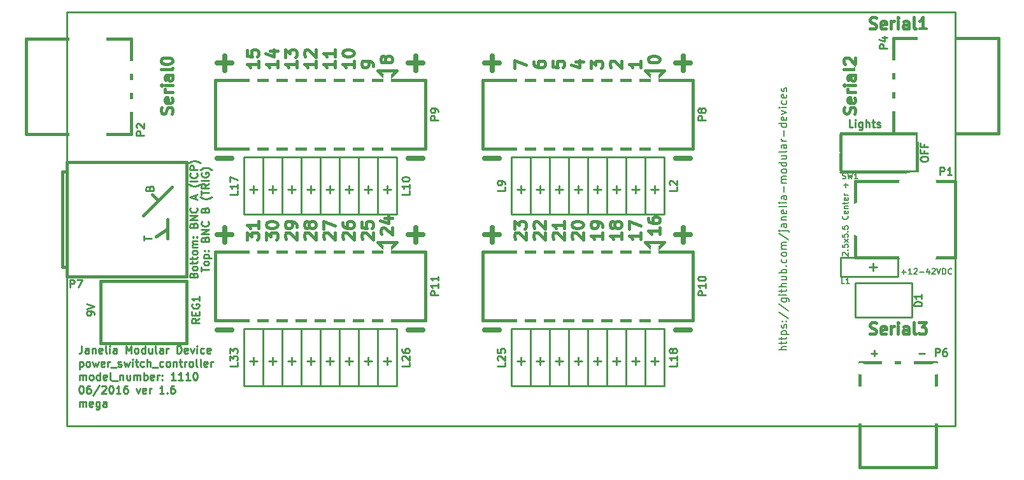
<source format=gto>
G04 #@! TF.FileFunction,Legend,Top*
%FSLAX46Y46*%
G04 Gerber Fmt 4.6, Leading zero omitted, Abs format (unit mm)*
G04 Created by KiCad (PCBNEW 4.1.0-alpha+201606220817+6945~45~ubuntu16.04.1-product) date Wed Jun 22 14:42:33 2016*
%MOMM*%
%LPD*%
G01*
G04 APERTURE LIST*
%ADD10C,0.100000*%
%ADD11C,0.254000*%
%ADD12C,0.381000*%
%ADD13C,0.190500*%
%ADD14C,0.635000*%
%ADD15C,0.228600*%
%ADD16O,1.524000X2.540000*%
%ADD17C,1.930400*%
%ADD18O,4.572000X3.556000*%
%ADD19O,4.064000X5.080000*%
%ADD20O,5.080000X3.556000*%
%ADD21O,5.080000X3.048000*%
%ADD22O,2.032000X1.524000*%
%ADD23O,1.524000X2.032000*%
%ADD24R,1.016000X4.495800*%
%ADD25C,3.759200*%
%ADD26O,2.540000X1.524000*%
%ADD27R,4.191000X1.778000*%
%ADD28C,1.600200*%
%ADD29R,5.029200X2.997200*%
%ADD30R,1.778000X4.191000*%
%ADD31R,2.997200X5.029200*%
%ADD32R,5.160000X4.000000*%
%ADD33R,1.640000X1.800000*%
%ADD34O,1.651000X2.159000*%
G04 APERTURE END LIST*
D10*
D11*
X206622952Y-120722571D02*
X207397047Y-120722571D01*
X200272952Y-120722571D02*
X201047047Y-120722571D01*
X200660000Y-121109619D02*
X200660000Y-120335523D01*
X197841809Y-90629619D02*
X197358000Y-90629619D01*
X197358000Y-89613619D01*
X198180476Y-90629619D02*
X198180476Y-89952285D01*
X198180476Y-89613619D02*
X198132095Y-89662000D01*
X198180476Y-89710380D01*
X198228857Y-89662000D01*
X198180476Y-89613619D01*
X198180476Y-89710380D01*
X199099714Y-89952285D02*
X199099714Y-90774761D01*
X199051333Y-90871523D01*
X199002952Y-90919904D01*
X198906190Y-90968285D01*
X198761047Y-90968285D01*
X198664285Y-90919904D01*
X199099714Y-90581238D02*
X199002952Y-90629619D01*
X198809428Y-90629619D01*
X198712666Y-90581238D01*
X198664285Y-90532857D01*
X198615904Y-90436095D01*
X198615904Y-90145809D01*
X198664285Y-90049047D01*
X198712666Y-90000666D01*
X198809428Y-89952285D01*
X199002952Y-89952285D01*
X199099714Y-90000666D01*
X199583523Y-90629619D02*
X199583523Y-89613619D01*
X200018952Y-90629619D02*
X200018952Y-90097428D01*
X199970571Y-90000666D01*
X199873809Y-89952285D01*
X199728666Y-89952285D01*
X199631904Y-90000666D01*
X199583523Y-90049047D01*
X200357619Y-89952285D02*
X200744666Y-89952285D01*
X200502761Y-89613619D02*
X200502761Y-90484476D01*
X200551142Y-90581238D01*
X200647904Y-90629619D01*
X200744666Y-90629619D01*
X201034952Y-90581238D02*
X201131714Y-90629619D01*
X201325238Y-90629619D01*
X201422000Y-90581238D01*
X201470380Y-90484476D01*
X201470380Y-90436095D01*
X201422000Y-90339333D01*
X201325238Y-90290952D01*
X201180095Y-90290952D01*
X201083333Y-90242571D01*
X201034952Y-90145809D01*
X201034952Y-90097428D01*
X201083333Y-90000666D01*
X201180095Y-89952285D01*
X201325238Y-89952285D01*
X201422000Y-90000666D01*
D12*
X200097571Y-118091857D02*
X200315285Y-118164428D01*
X200678142Y-118164428D01*
X200823285Y-118091857D01*
X200895857Y-118019285D01*
X200968428Y-117874142D01*
X200968428Y-117729000D01*
X200895857Y-117583857D01*
X200823285Y-117511285D01*
X200678142Y-117438714D01*
X200387857Y-117366142D01*
X200242714Y-117293571D01*
X200170142Y-117221000D01*
X200097571Y-117075857D01*
X200097571Y-116930714D01*
X200170142Y-116785571D01*
X200242714Y-116713000D01*
X200387857Y-116640428D01*
X200750714Y-116640428D01*
X200968428Y-116713000D01*
X202202142Y-118091857D02*
X202057000Y-118164428D01*
X201766714Y-118164428D01*
X201621571Y-118091857D01*
X201549000Y-117946714D01*
X201549000Y-117366142D01*
X201621571Y-117221000D01*
X201766714Y-117148428D01*
X202057000Y-117148428D01*
X202202142Y-117221000D01*
X202274714Y-117366142D01*
X202274714Y-117511285D01*
X201549000Y-117656428D01*
X202927857Y-118164428D02*
X202927857Y-117148428D01*
X202927857Y-117438714D02*
X203000428Y-117293571D01*
X203073000Y-117221000D01*
X203218142Y-117148428D01*
X203363285Y-117148428D01*
X203871285Y-118164428D02*
X203871285Y-117148428D01*
X203871285Y-116640428D02*
X203798714Y-116713000D01*
X203871285Y-116785571D01*
X203943857Y-116713000D01*
X203871285Y-116640428D01*
X203871285Y-116785571D01*
X205250142Y-118164428D02*
X205250142Y-117366142D01*
X205177571Y-117221000D01*
X205032428Y-117148428D01*
X204742142Y-117148428D01*
X204597000Y-117221000D01*
X205250142Y-118091857D02*
X205105000Y-118164428D01*
X204742142Y-118164428D01*
X204597000Y-118091857D01*
X204524428Y-117946714D01*
X204524428Y-117801571D01*
X204597000Y-117656428D01*
X204742142Y-117583857D01*
X205105000Y-117583857D01*
X205250142Y-117511285D01*
X206193571Y-118164428D02*
X206048428Y-118091857D01*
X205975857Y-117946714D01*
X205975857Y-116640428D01*
X206629000Y-116640428D02*
X207572428Y-116640428D01*
X207064428Y-117221000D01*
X207282142Y-117221000D01*
X207427285Y-117293571D01*
X207499857Y-117366142D01*
X207572428Y-117511285D01*
X207572428Y-117874142D01*
X207499857Y-118019285D01*
X207427285Y-118091857D01*
X207282142Y-118164428D01*
X206846714Y-118164428D01*
X206701571Y-118091857D01*
X206629000Y-118019285D01*
X198101857Y-88827428D02*
X198174428Y-88609714D01*
X198174428Y-88246857D01*
X198101857Y-88101714D01*
X198029285Y-88029142D01*
X197884142Y-87956571D01*
X197739000Y-87956571D01*
X197593857Y-88029142D01*
X197521285Y-88101714D01*
X197448714Y-88246857D01*
X197376142Y-88537142D01*
X197303571Y-88682285D01*
X197231000Y-88754857D01*
X197085857Y-88827428D01*
X196940714Y-88827428D01*
X196795571Y-88754857D01*
X196723000Y-88682285D01*
X196650428Y-88537142D01*
X196650428Y-88174285D01*
X196723000Y-87956571D01*
X198101857Y-86722857D02*
X198174428Y-86868000D01*
X198174428Y-87158285D01*
X198101857Y-87303428D01*
X197956714Y-87376000D01*
X197376142Y-87376000D01*
X197231000Y-87303428D01*
X197158428Y-87158285D01*
X197158428Y-86868000D01*
X197231000Y-86722857D01*
X197376142Y-86650285D01*
X197521285Y-86650285D01*
X197666428Y-87376000D01*
X198174428Y-85997142D02*
X197158428Y-85997142D01*
X197448714Y-85997142D02*
X197303571Y-85924571D01*
X197231000Y-85852000D01*
X197158428Y-85706857D01*
X197158428Y-85561714D01*
X198174428Y-85053714D02*
X197158428Y-85053714D01*
X196650428Y-85053714D02*
X196723000Y-85126285D01*
X196795571Y-85053714D01*
X196723000Y-84981142D01*
X196650428Y-85053714D01*
X196795571Y-85053714D01*
X198174428Y-83674857D02*
X197376142Y-83674857D01*
X197231000Y-83747428D01*
X197158428Y-83892571D01*
X197158428Y-84182857D01*
X197231000Y-84328000D01*
X198101857Y-83674857D02*
X198174428Y-83820000D01*
X198174428Y-84182857D01*
X198101857Y-84328000D01*
X197956714Y-84400571D01*
X197811571Y-84400571D01*
X197666428Y-84328000D01*
X197593857Y-84182857D01*
X197593857Y-83820000D01*
X197521285Y-83674857D01*
X198174428Y-82731428D02*
X198101857Y-82876571D01*
X197956714Y-82949142D01*
X196650428Y-82949142D01*
X196795571Y-82223428D02*
X196723000Y-82150857D01*
X196650428Y-82005714D01*
X196650428Y-81642857D01*
X196723000Y-81497714D01*
X196795571Y-81425142D01*
X196940714Y-81352571D01*
X197085857Y-81352571D01*
X197303571Y-81425142D01*
X198174428Y-82296000D01*
X198174428Y-81352571D01*
X200097571Y-77451857D02*
X200315285Y-77524428D01*
X200678142Y-77524428D01*
X200823285Y-77451857D01*
X200895857Y-77379285D01*
X200968428Y-77234142D01*
X200968428Y-77089000D01*
X200895857Y-76943857D01*
X200823285Y-76871285D01*
X200678142Y-76798714D01*
X200387857Y-76726142D01*
X200242714Y-76653571D01*
X200170142Y-76581000D01*
X200097571Y-76435857D01*
X200097571Y-76290714D01*
X200170142Y-76145571D01*
X200242714Y-76073000D01*
X200387857Y-76000428D01*
X200750714Y-76000428D01*
X200968428Y-76073000D01*
X202202142Y-77451857D02*
X202057000Y-77524428D01*
X201766714Y-77524428D01*
X201621571Y-77451857D01*
X201549000Y-77306714D01*
X201549000Y-76726142D01*
X201621571Y-76581000D01*
X201766714Y-76508428D01*
X202057000Y-76508428D01*
X202202142Y-76581000D01*
X202274714Y-76726142D01*
X202274714Y-76871285D01*
X201549000Y-77016428D01*
X202927857Y-77524428D02*
X202927857Y-76508428D01*
X202927857Y-76798714D02*
X203000428Y-76653571D01*
X203073000Y-76581000D01*
X203218142Y-76508428D01*
X203363285Y-76508428D01*
X203871285Y-77524428D02*
X203871285Y-76508428D01*
X203871285Y-76000428D02*
X203798714Y-76073000D01*
X203871285Y-76145571D01*
X203943857Y-76073000D01*
X203871285Y-76000428D01*
X203871285Y-76145571D01*
X205250142Y-77524428D02*
X205250142Y-76726142D01*
X205177571Y-76581000D01*
X205032428Y-76508428D01*
X204742142Y-76508428D01*
X204597000Y-76581000D01*
X205250142Y-77451857D02*
X205105000Y-77524428D01*
X204742142Y-77524428D01*
X204597000Y-77451857D01*
X204524428Y-77306714D01*
X204524428Y-77161571D01*
X204597000Y-77016428D01*
X204742142Y-76943857D01*
X205105000Y-76943857D01*
X205250142Y-76871285D01*
X206193571Y-77524428D02*
X206048428Y-77451857D01*
X205975857Y-77306714D01*
X205975857Y-76000428D01*
X207572428Y-77524428D02*
X206701571Y-77524428D01*
X207137000Y-77524428D02*
X207137000Y-76000428D01*
X206991857Y-76218142D01*
X206846714Y-76363285D01*
X206701571Y-76435857D01*
X107296857Y-88827428D02*
X107369428Y-88609714D01*
X107369428Y-88246857D01*
X107296857Y-88101714D01*
X107224285Y-88029142D01*
X107079142Y-87956571D01*
X106934000Y-87956571D01*
X106788857Y-88029142D01*
X106716285Y-88101714D01*
X106643714Y-88246857D01*
X106571142Y-88537142D01*
X106498571Y-88682285D01*
X106426000Y-88754857D01*
X106280857Y-88827428D01*
X106135714Y-88827428D01*
X105990571Y-88754857D01*
X105918000Y-88682285D01*
X105845428Y-88537142D01*
X105845428Y-88174285D01*
X105918000Y-87956571D01*
X107296857Y-86722857D02*
X107369428Y-86868000D01*
X107369428Y-87158285D01*
X107296857Y-87303428D01*
X107151714Y-87376000D01*
X106571142Y-87376000D01*
X106426000Y-87303428D01*
X106353428Y-87158285D01*
X106353428Y-86868000D01*
X106426000Y-86722857D01*
X106571142Y-86650285D01*
X106716285Y-86650285D01*
X106861428Y-87376000D01*
X107369428Y-85997142D02*
X106353428Y-85997142D01*
X106643714Y-85997142D02*
X106498571Y-85924571D01*
X106426000Y-85852000D01*
X106353428Y-85706857D01*
X106353428Y-85561714D01*
X107369428Y-85053714D02*
X106353428Y-85053714D01*
X105845428Y-85053714D02*
X105918000Y-85126285D01*
X105990571Y-85053714D01*
X105918000Y-84981142D01*
X105845428Y-85053714D01*
X105990571Y-85053714D01*
X107369428Y-83674857D02*
X106571142Y-83674857D01*
X106426000Y-83747428D01*
X106353428Y-83892571D01*
X106353428Y-84182857D01*
X106426000Y-84328000D01*
X107296857Y-83674857D02*
X107369428Y-83820000D01*
X107369428Y-84182857D01*
X107296857Y-84328000D01*
X107151714Y-84400571D01*
X107006571Y-84400571D01*
X106861428Y-84328000D01*
X106788857Y-84182857D01*
X106788857Y-83820000D01*
X106716285Y-83674857D01*
X107369428Y-82731428D02*
X107296857Y-82876571D01*
X107151714Y-82949142D01*
X105845428Y-82949142D01*
X105845428Y-81860571D02*
X105845428Y-81715428D01*
X105918000Y-81570285D01*
X105990571Y-81497714D01*
X106135714Y-81425142D01*
X106426000Y-81352571D01*
X106788857Y-81352571D01*
X107079142Y-81425142D01*
X107224285Y-81497714D01*
X107296857Y-81570285D01*
X107369428Y-81715428D01*
X107369428Y-81860571D01*
X107296857Y-82005714D01*
X107224285Y-82078285D01*
X107079142Y-82150857D01*
X106788857Y-82223428D01*
X106426000Y-82223428D01*
X106135714Y-82150857D01*
X105990571Y-82078285D01*
X105918000Y-82005714D01*
X105845428Y-81860571D01*
D13*
X196505285Y-107732285D02*
X196469000Y-107696000D01*
X196432714Y-107623428D01*
X196432714Y-107442000D01*
X196469000Y-107369428D01*
X196505285Y-107333142D01*
X196577857Y-107296857D01*
X196650428Y-107296857D01*
X196759285Y-107333142D01*
X197194714Y-107768571D01*
X197194714Y-107296857D01*
X197122142Y-106970285D02*
X197158428Y-106934000D01*
X197194714Y-106970285D01*
X197158428Y-107006571D01*
X197122142Y-106970285D01*
X197194714Y-106970285D01*
X196432714Y-106244571D02*
X196432714Y-106607428D01*
X196795571Y-106643714D01*
X196759285Y-106607428D01*
X196723000Y-106534857D01*
X196723000Y-106353428D01*
X196759285Y-106280857D01*
X196795571Y-106244571D01*
X196868142Y-106208285D01*
X197049571Y-106208285D01*
X197122142Y-106244571D01*
X197158428Y-106280857D01*
X197194714Y-106353428D01*
X197194714Y-106534857D01*
X197158428Y-106607428D01*
X197122142Y-106643714D01*
X197194714Y-105954285D02*
X196686714Y-105555142D01*
X196686714Y-105954285D02*
X197194714Y-105555142D01*
X196432714Y-104902000D02*
X196432714Y-105264857D01*
X196795571Y-105301142D01*
X196759285Y-105264857D01*
X196723000Y-105192285D01*
X196723000Y-105010857D01*
X196759285Y-104938285D01*
X196795571Y-104902000D01*
X196868142Y-104865714D01*
X197049571Y-104865714D01*
X197122142Y-104902000D01*
X197158428Y-104938285D01*
X197194714Y-105010857D01*
X197194714Y-105192285D01*
X197158428Y-105264857D01*
X197122142Y-105301142D01*
X197122142Y-104539142D02*
X197158428Y-104502857D01*
X197194714Y-104539142D01*
X197158428Y-104575428D01*
X197122142Y-104539142D01*
X197194714Y-104539142D01*
X196432714Y-103813428D02*
X196432714Y-104176285D01*
X196795571Y-104212571D01*
X196759285Y-104176285D01*
X196723000Y-104103714D01*
X196723000Y-103922285D01*
X196759285Y-103849714D01*
X196795571Y-103813428D01*
X196868142Y-103777142D01*
X197049571Y-103777142D01*
X197122142Y-103813428D01*
X197158428Y-103849714D01*
X197194714Y-103922285D01*
X197194714Y-104103714D01*
X197158428Y-104176285D01*
X197122142Y-104212571D01*
X197122142Y-102434571D02*
X197158428Y-102470857D01*
X197194714Y-102579714D01*
X197194714Y-102652285D01*
X197158428Y-102761142D01*
X197085857Y-102833714D01*
X197013285Y-102870000D01*
X196868142Y-102906285D01*
X196759285Y-102906285D01*
X196614142Y-102870000D01*
X196541571Y-102833714D01*
X196469000Y-102761142D01*
X196432714Y-102652285D01*
X196432714Y-102579714D01*
X196469000Y-102470857D01*
X196505285Y-102434571D01*
X197158428Y-101817714D02*
X197194714Y-101890285D01*
X197194714Y-102035428D01*
X197158428Y-102108000D01*
X197085857Y-102144285D01*
X196795571Y-102144285D01*
X196723000Y-102108000D01*
X196686714Y-102035428D01*
X196686714Y-101890285D01*
X196723000Y-101817714D01*
X196795571Y-101781428D01*
X196868142Y-101781428D01*
X196940714Y-102144285D01*
X196686714Y-101454857D02*
X197194714Y-101454857D01*
X196759285Y-101454857D02*
X196723000Y-101418571D01*
X196686714Y-101346000D01*
X196686714Y-101237142D01*
X196723000Y-101164571D01*
X196795571Y-101128285D01*
X197194714Y-101128285D01*
X196686714Y-100874285D02*
X196686714Y-100584000D01*
X196432714Y-100765428D02*
X197085857Y-100765428D01*
X197158428Y-100729142D01*
X197194714Y-100656571D01*
X197194714Y-100584000D01*
X197158428Y-100039714D02*
X197194714Y-100112285D01*
X197194714Y-100257428D01*
X197158428Y-100330000D01*
X197085857Y-100366285D01*
X196795571Y-100366285D01*
X196723000Y-100330000D01*
X196686714Y-100257428D01*
X196686714Y-100112285D01*
X196723000Y-100039714D01*
X196795571Y-100003428D01*
X196868142Y-100003428D01*
X196940714Y-100366285D01*
X197194714Y-99676857D02*
X196686714Y-99676857D01*
X196831857Y-99676857D02*
X196759285Y-99640571D01*
X196723000Y-99604285D01*
X196686714Y-99531714D01*
X196686714Y-99459142D01*
X196904428Y-98624571D02*
X196904428Y-98044000D01*
X197194714Y-98334285D02*
X196614142Y-98334285D01*
D14*
X113332380Y-94796428D02*
X115267619Y-94796428D01*
X138732380Y-94796428D02*
X140667619Y-94796428D01*
X113332380Y-82096428D02*
X115267619Y-82096428D01*
X114300000Y-83064047D02*
X114300000Y-81128809D01*
X138732380Y-82096428D02*
X140667619Y-82096428D01*
X139700000Y-83064047D02*
X139700000Y-81128809D01*
X174292380Y-94796428D02*
X176227619Y-94796428D01*
X148892380Y-94796428D02*
X150827619Y-94796428D01*
X148892380Y-82096428D02*
X150827619Y-82096428D01*
X149860000Y-83064047D02*
X149860000Y-81128809D01*
X174292380Y-82096428D02*
X176227619Y-82096428D01*
X175260000Y-83064047D02*
X175260000Y-81128809D01*
X113332380Y-117656428D02*
X115267619Y-117656428D01*
X174292380Y-117656428D02*
X176227619Y-117656428D01*
X148892380Y-117656428D02*
X150827619Y-117656428D01*
X148892380Y-104956428D02*
X150827619Y-104956428D01*
X149860000Y-105924047D02*
X149860000Y-103988809D01*
X174292380Y-104956428D02*
X176227619Y-104956428D01*
X175260000Y-105924047D02*
X175260000Y-103988809D01*
X113332380Y-104956428D02*
X115267619Y-104956428D01*
X114300000Y-105924047D02*
X114300000Y-103988809D01*
D12*
X169599428Y-81776207D02*
X169599428Y-82647064D01*
X169599428Y-82211635D02*
X168075428Y-82211635D01*
X168293142Y-82356778D01*
X168438285Y-82501921D01*
X168510857Y-82647064D01*
X165680571Y-82647064D02*
X165608000Y-82574492D01*
X165535428Y-82429350D01*
X165535428Y-82066492D01*
X165608000Y-81921350D01*
X165680571Y-81848778D01*
X165825714Y-81776207D01*
X165970857Y-81776207D01*
X166188571Y-81848778D01*
X167059428Y-82719635D01*
X167059428Y-81776207D01*
X162995428Y-82719635D02*
X162995428Y-81776207D01*
X163576000Y-82284207D01*
X163576000Y-82066492D01*
X163648571Y-81921350D01*
X163721142Y-81848778D01*
X163866285Y-81776207D01*
X164229142Y-81776207D01*
X164374285Y-81848778D01*
X164446857Y-81921350D01*
X164519428Y-82066492D01*
X164519428Y-82501921D01*
X164446857Y-82647064D01*
X164374285Y-82719635D01*
X160963428Y-81921350D02*
X161979428Y-81921350D01*
X160382857Y-82284207D02*
X161471428Y-82647064D01*
X161471428Y-81703635D01*
X157915428Y-81848778D02*
X157915428Y-82574492D01*
X158641142Y-82647064D01*
X158568571Y-82574492D01*
X158496000Y-82429350D01*
X158496000Y-82066492D01*
X158568571Y-81921350D01*
X158641142Y-81848778D01*
X158786285Y-81776207D01*
X159149142Y-81776207D01*
X159294285Y-81848778D01*
X159366857Y-81921350D01*
X159439428Y-82066492D01*
X159439428Y-82429350D01*
X159366857Y-82574492D01*
X159294285Y-82647064D01*
X155375428Y-81921350D02*
X155375428Y-82211635D01*
X155448000Y-82356778D01*
X155520571Y-82429350D01*
X155738285Y-82574492D01*
X156028571Y-82647064D01*
X156609142Y-82647064D01*
X156754285Y-82574492D01*
X156826857Y-82501921D01*
X156899428Y-82356778D01*
X156899428Y-82066492D01*
X156826857Y-81921350D01*
X156754285Y-81848778D01*
X156609142Y-81776207D01*
X156246285Y-81776207D01*
X156101142Y-81848778D01*
X156028571Y-81921350D01*
X155956000Y-82066492D01*
X155956000Y-82356778D01*
X156028571Y-82501921D01*
X156101142Y-82574492D01*
X156246285Y-82647064D01*
X152835428Y-82719635D02*
X152835428Y-81703635D01*
X154359428Y-82356778D01*
X135708571Y-81721778D02*
X135636000Y-81866921D01*
X135563428Y-81939492D01*
X135418285Y-82012064D01*
X135345714Y-82012064D01*
X135200571Y-81939492D01*
X135128000Y-81866921D01*
X135055428Y-81721778D01*
X135055428Y-81431492D01*
X135128000Y-81286350D01*
X135200571Y-81213778D01*
X135345714Y-81141207D01*
X135418285Y-81141207D01*
X135563428Y-81213778D01*
X135636000Y-81286350D01*
X135708571Y-81431492D01*
X135708571Y-81721778D01*
X135781142Y-81866921D01*
X135853714Y-81939492D01*
X135998857Y-82012064D01*
X136289142Y-82012064D01*
X136434285Y-81939492D01*
X136506857Y-81866921D01*
X136579428Y-81721778D01*
X136579428Y-81431492D01*
X136506857Y-81286350D01*
X136434285Y-81213778D01*
X136289142Y-81141207D01*
X135998857Y-81141207D01*
X135853714Y-81213778D01*
X135781142Y-81286350D01*
X135708571Y-81431492D01*
X134039428Y-82501921D02*
X134039428Y-82211635D01*
X133966857Y-82066492D01*
X133894285Y-81993921D01*
X133676571Y-81848778D01*
X133386285Y-81776207D01*
X132805714Y-81776207D01*
X132660571Y-81848778D01*
X132588000Y-81921350D01*
X132515428Y-82066492D01*
X132515428Y-82356778D01*
X132588000Y-82501921D01*
X132660571Y-82574492D01*
X132805714Y-82647064D01*
X133168571Y-82647064D01*
X133313714Y-82574492D01*
X133386285Y-82501921D01*
X133458857Y-82356778D01*
X133458857Y-82066492D01*
X133386285Y-81921350D01*
X133313714Y-81848778D01*
X133168571Y-81776207D01*
X131499428Y-81776207D02*
X131499428Y-82647064D01*
X131499428Y-82211635D02*
X129975428Y-82211635D01*
X130193142Y-82356778D01*
X130338285Y-82501921D01*
X130410857Y-82647064D01*
X129975428Y-80832778D02*
X129975428Y-80687635D01*
X130048000Y-80542492D01*
X130120571Y-80469921D01*
X130265714Y-80397350D01*
X130556000Y-80324778D01*
X130918857Y-80324778D01*
X131209142Y-80397350D01*
X131354285Y-80469921D01*
X131426857Y-80542492D01*
X131499428Y-80687635D01*
X131499428Y-80832778D01*
X131426857Y-80977921D01*
X131354285Y-81050492D01*
X131209142Y-81123064D01*
X130918857Y-81195635D01*
X130556000Y-81195635D01*
X130265714Y-81123064D01*
X130120571Y-81050492D01*
X130048000Y-80977921D01*
X129975428Y-80832778D01*
X128959428Y-81776207D02*
X128959428Y-82647064D01*
X128959428Y-82211635D02*
X127435428Y-82211635D01*
X127653142Y-82356778D01*
X127798285Y-82501921D01*
X127870857Y-82647064D01*
X128959428Y-80324778D02*
X128959428Y-81195635D01*
X128959428Y-80760207D02*
X127435428Y-80760207D01*
X127653142Y-80905350D01*
X127798285Y-81050492D01*
X127870857Y-81195635D01*
X126419428Y-81776207D02*
X126419428Y-82647064D01*
X126419428Y-82211635D02*
X124895428Y-82211635D01*
X125113142Y-82356778D01*
X125258285Y-82501921D01*
X125330857Y-82647064D01*
X125040571Y-81195635D02*
X124968000Y-81123064D01*
X124895428Y-80977921D01*
X124895428Y-80615064D01*
X124968000Y-80469921D01*
X125040571Y-80397350D01*
X125185714Y-80324778D01*
X125330857Y-80324778D01*
X125548571Y-80397350D01*
X126419428Y-81268207D01*
X126419428Y-80324778D01*
X123879428Y-81776207D02*
X123879428Y-82647064D01*
X123879428Y-82211635D02*
X122355428Y-82211635D01*
X122573142Y-82356778D01*
X122718285Y-82501921D01*
X122790857Y-82647064D01*
X122355428Y-81268207D02*
X122355428Y-80324778D01*
X122936000Y-80832778D01*
X122936000Y-80615064D01*
X123008571Y-80469921D01*
X123081142Y-80397350D01*
X123226285Y-80324778D01*
X123589142Y-80324778D01*
X123734285Y-80397350D01*
X123806857Y-80469921D01*
X123879428Y-80615064D01*
X123879428Y-81050492D01*
X123806857Y-81195635D01*
X123734285Y-81268207D01*
X121339428Y-81776207D02*
X121339428Y-82647064D01*
X121339428Y-82211635D02*
X119815428Y-82211635D01*
X120033142Y-82356778D01*
X120178285Y-82501921D01*
X120250857Y-82647064D01*
X120323428Y-80469921D02*
X121339428Y-80469921D01*
X119742857Y-80832778D02*
X120831428Y-81195635D01*
X120831428Y-80252207D01*
X118799428Y-81776207D02*
X118799428Y-82647064D01*
X118799428Y-82211635D02*
X117275428Y-82211635D01*
X117493142Y-82356778D01*
X117638285Y-82501921D01*
X117710857Y-82647064D01*
X117275428Y-80397350D02*
X117275428Y-81123064D01*
X118001142Y-81195635D01*
X117928571Y-81123064D01*
X117856000Y-80977921D01*
X117856000Y-80615064D01*
X117928571Y-80469921D01*
X118001142Y-80397350D01*
X118146285Y-80324778D01*
X118509142Y-80324778D01*
X118654285Y-80397350D01*
X118726857Y-80469921D01*
X118799428Y-80615064D01*
X118799428Y-80977921D01*
X118726857Y-81123064D01*
X118654285Y-81195635D01*
X170615428Y-81649207D02*
X170615428Y-81504064D01*
X170688000Y-81358921D01*
X170760571Y-81286350D01*
X170905714Y-81213778D01*
X171196000Y-81141207D01*
X171558857Y-81141207D01*
X171849142Y-81213778D01*
X171994285Y-81286350D01*
X172066857Y-81358921D01*
X172139428Y-81504064D01*
X172139428Y-81649207D01*
X172066857Y-81794350D01*
X171994285Y-81866921D01*
X171849142Y-81939492D01*
X171558857Y-82012064D01*
X171196000Y-82012064D01*
X170905714Y-81939492D01*
X170760571Y-81866921D01*
X170688000Y-81794350D01*
X170615428Y-81649207D01*
X167059428Y-104636207D02*
X167059428Y-105507064D01*
X167059428Y-105071635D02*
X165535428Y-105071635D01*
X165753142Y-105216778D01*
X165898285Y-105361921D01*
X165970857Y-105507064D01*
X166188571Y-103765350D02*
X166116000Y-103910492D01*
X166043428Y-103983064D01*
X165898285Y-104055635D01*
X165825714Y-104055635D01*
X165680571Y-103983064D01*
X165608000Y-103910492D01*
X165535428Y-103765350D01*
X165535428Y-103475064D01*
X165608000Y-103329921D01*
X165680571Y-103257350D01*
X165825714Y-103184778D01*
X165898285Y-103184778D01*
X166043428Y-103257350D01*
X166116000Y-103329921D01*
X166188571Y-103475064D01*
X166188571Y-103765350D01*
X166261142Y-103910492D01*
X166333714Y-103983064D01*
X166478857Y-104055635D01*
X166769142Y-104055635D01*
X166914285Y-103983064D01*
X166986857Y-103910492D01*
X167059428Y-103765350D01*
X167059428Y-103475064D01*
X166986857Y-103329921D01*
X166914285Y-103257350D01*
X166769142Y-103184778D01*
X166478857Y-103184778D01*
X166333714Y-103257350D01*
X166261142Y-103329921D01*
X166188571Y-103475064D01*
X164519428Y-104636207D02*
X164519428Y-105507064D01*
X164519428Y-105071635D02*
X162995428Y-105071635D01*
X163213142Y-105216778D01*
X163358285Y-105361921D01*
X163430857Y-105507064D01*
X164519428Y-103910492D02*
X164519428Y-103620207D01*
X164446857Y-103475064D01*
X164374285Y-103402492D01*
X164156571Y-103257350D01*
X163866285Y-103184778D01*
X163285714Y-103184778D01*
X163140571Y-103257350D01*
X163068000Y-103329921D01*
X162995428Y-103475064D01*
X162995428Y-103765350D01*
X163068000Y-103910492D01*
X163140571Y-103983064D01*
X163285714Y-104055635D01*
X163648571Y-104055635D01*
X163793714Y-103983064D01*
X163866285Y-103910492D01*
X163938857Y-103765350D01*
X163938857Y-103475064D01*
X163866285Y-103329921D01*
X163793714Y-103257350D01*
X163648571Y-103184778D01*
X160600571Y-105507064D02*
X160528000Y-105434492D01*
X160455428Y-105289350D01*
X160455428Y-104926492D01*
X160528000Y-104781350D01*
X160600571Y-104708778D01*
X160745714Y-104636207D01*
X160890857Y-104636207D01*
X161108571Y-104708778D01*
X161979428Y-105579635D01*
X161979428Y-104636207D01*
X160455428Y-103692778D02*
X160455428Y-103547635D01*
X160528000Y-103402492D01*
X160600571Y-103329921D01*
X160745714Y-103257350D01*
X161036000Y-103184778D01*
X161398857Y-103184778D01*
X161689142Y-103257350D01*
X161834285Y-103329921D01*
X161906857Y-103402492D01*
X161979428Y-103547635D01*
X161979428Y-103692778D01*
X161906857Y-103837921D01*
X161834285Y-103910492D01*
X161689142Y-103983064D01*
X161398857Y-104055635D01*
X161036000Y-104055635D01*
X160745714Y-103983064D01*
X160600571Y-103910492D01*
X160528000Y-103837921D01*
X160455428Y-103692778D01*
X158060571Y-105507064D02*
X157988000Y-105434492D01*
X157915428Y-105289350D01*
X157915428Y-104926492D01*
X157988000Y-104781350D01*
X158060571Y-104708778D01*
X158205714Y-104636207D01*
X158350857Y-104636207D01*
X158568571Y-104708778D01*
X159439428Y-105579635D01*
X159439428Y-104636207D01*
X159439428Y-103184778D02*
X159439428Y-104055635D01*
X159439428Y-103620207D02*
X157915428Y-103620207D01*
X158133142Y-103765350D01*
X158278285Y-103910492D01*
X158350857Y-104055635D01*
X155520571Y-105507064D02*
X155448000Y-105434492D01*
X155375428Y-105289350D01*
X155375428Y-104926492D01*
X155448000Y-104781350D01*
X155520571Y-104708778D01*
X155665714Y-104636207D01*
X155810857Y-104636207D01*
X156028571Y-104708778D01*
X156899428Y-105579635D01*
X156899428Y-104636207D01*
X155520571Y-104055635D02*
X155448000Y-103983064D01*
X155375428Y-103837921D01*
X155375428Y-103475064D01*
X155448000Y-103329921D01*
X155520571Y-103257350D01*
X155665714Y-103184778D01*
X155810857Y-103184778D01*
X156028571Y-103257350D01*
X156899428Y-104128207D01*
X156899428Y-103184778D01*
X152980571Y-105507064D02*
X152908000Y-105434492D01*
X152835428Y-105289350D01*
X152835428Y-104926492D01*
X152908000Y-104781350D01*
X152980571Y-104708778D01*
X153125714Y-104636207D01*
X153270857Y-104636207D01*
X153488571Y-104708778D01*
X154359428Y-105579635D01*
X154359428Y-104636207D01*
X152835428Y-104128207D02*
X152835428Y-103184778D01*
X153416000Y-103692778D01*
X153416000Y-103475064D01*
X153488571Y-103329921D01*
X153561142Y-103257350D01*
X153706285Y-103184778D01*
X154069142Y-103184778D01*
X154214285Y-103257350D01*
X154286857Y-103329921D01*
X154359428Y-103475064D01*
X154359428Y-103910492D01*
X154286857Y-104055635D01*
X154214285Y-104128207D01*
X135200571Y-104872064D02*
X135128000Y-104799492D01*
X135055428Y-104654350D01*
X135055428Y-104291492D01*
X135128000Y-104146350D01*
X135200571Y-104073778D01*
X135345714Y-104001207D01*
X135490857Y-104001207D01*
X135708571Y-104073778D01*
X136579428Y-104944635D01*
X136579428Y-104001207D01*
X135563428Y-102694921D02*
X136579428Y-102694921D01*
X134982857Y-103057778D02*
X136071428Y-103420635D01*
X136071428Y-102477207D01*
X132660571Y-105507064D02*
X132588000Y-105434492D01*
X132515428Y-105289350D01*
X132515428Y-104926492D01*
X132588000Y-104781350D01*
X132660571Y-104708778D01*
X132805714Y-104636207D01*
X132950857Y-104636207D01*
X133168571Y-104708778D01*
X134039428Y-105579635D01*
X134039428Y-104636207D01*
X132515428Y-103257350D02*
X132515428Y-103983064D01*
X133241142Y-104055635D01*
X133168571Y-103983064D01*
X133096000Y-103837921D01*
X133096000Y-103475064D01*
X133168571Y-103329921D01*
X133241142Y-103257350D01*
X133386285Y-103184778D01*
X133749142Y-103184778D01*
X133894285Y-103257350D01*
X133966857Y-103329921D01*
X134039428Y-103475064D01*
X134039428Y-103837921D01*
X133966857Y-103983064D01*
X133894285Y-104055635D01*
X130120571Y-105507064D02*
X130048000Y-105434492D01*
X129975428Y-105289350D01*
X129975428Y-104926492D01*
X130048000Y-104781350D01*
X130120571Y-104708778D01*
X130265714Y-104636207D01*
X130410857Y-104636207D01*
X130628571Y-104708778D01*
X131499428Y-105579635D01*
X131499428Y-104636207D01*
X129975428Y-103329921D02*
X129975428Y-103620207D01*
X130048000Y-103765350D01*
X130120571Y-103837921D01*
X130338285Y-103983064D01*
X130628571Y-104055635D01*
X131209142Y-104055635D01*
X131354285Y-103983064D01*
X131426857Y-103910492D01*
X131499428Y-103765350D01*
X131499428Y-103475064D01*
X131426857Y-103329921D01*
X131354285Y-103257350D01*
X131209142Y-103184778D01*
X130846285Y-103184778D01*
X130701142Y-103257350D01*
X130628571Y-103329921D01*
X130556000Y-103475064D01*
X130556000Y-103765350D01*
X130628571Y-103910492D01*
X130701142Y-103983064D01*
X130846285Y-104055635D01*
X127580571Y-105507064D02*
X127508000Y-105434492D01*
X127435428Y-105289350D01*
X127435428Y-104926492D01*
X127508000Y-104781350D01*
X127580571Y-104708778D01*
X127725714Y-104636207D01*
X127870857Y-104636207D01*
X128088571Y-104708778D01*
X128959428Y-105579635D01*
X128959428Y-104636207D01*
X127435428Y-104128207D02*
X127435428Y-103112207D01*
X128959428Y-103765350D01*
X125040571Y-105507064D02*
X124968000Y-105434492D01*
X124895428Y-105289350D01*
X124895428Y-104926492D01*
X124968000Y-104781350D01*
X125040571Y-104708778D01*
X125185714Y-104636207D01*
X125330857Y-104636207D01*
X125548571Y-104708778D01*
X126419428Y-105579635D01*
X126419428Y-104636207D01*
X125548571Y-103765350D02*
X125476000Y-103910492D01*
X125403428Y-103983064D01*
X125258285Y-104055635D01*
X125185714Y-104055635D01*
X125040571Y-103983064D01*
X124968000Y-103910492D01*
X124895428Y-103765350D01*
X124895428Y-103475064D01*
X124968000Y-103329921D01*
X125040571Y-103257350D01*
X125185714Y-103184778D01*
X125258285Y-103184778D01*
X125403428Y-103257350D01*
X125476000Y-103329921D01*
X125548571Y-103475064D01*
X125548571Y-103765350D01*
X125621142Y-103910492D01*
X125693714Y-103983064D01*
X125838857Y-104055635D01*
X126129142Y-104055635D01*
X126274285Y-103983064D01*
X126346857Y-103910492D01*
X126419428Y-103765350D01*
X126419428Y-103475064D01*
X126346857Y-103329921D01*
X126274285Y-103257350D01*
X126129142Y-103184778D01*
X125838857Y-103184778D01*
X125693714Y-103257350D01*
X125621142Y-103329921D01*
X125548571Y-103475064D01*
X122500571Y-105507064D02*
X122428000Y-105434492D01*
X122355428Y-105289350D01*
X122355428Y-104926492D01*
X122428000Y-104781350D01*
X122500571Y-104708778D01*
X122645714Y-104636207D01*
X122790857Y-104636207D01*
X123008571Y-104708778D01*
X123879428Y-105579635D01*
X123879428Y-104636207D01*
X123879428Y-103910492D02*
X123879428Y-103620207D01*
X123806857Y-103475064D01*
X123734285Y-103402492D01*
X123516571Y-103257350D01*
X123226285Y-103184778D01*
X122645714Y-103184778D01*
X122500571Y-103257350D01*
X122428000Y-103329921D01*
X122355428Y-103475064D01*
X122355428Y-103765350D01*
X122428000Y-103910492D01*
X122500571Y-103983064D01*
X122645714Y-104055635D01*
X123008571Y-104055635D01*
X123153714Y-103983064D01*
X123226285Y-103910492D01*
X123298857Y-103765350D01*
X123298857Y-103475064D01*
X123226285Y-103329921D01*
X123153714Y-103257350D01*
X123008571Y-103184778D01*
X119815428Y-105579635D02*
X119815428Y-104636207D01*
X120396000Y-105144207D01*
X120396000Y-104926492D01*
X120468571Y-104781350D01*
X120541142Y-104708778D01*
X120686285Y-104636207D01*
X121049142Y-104636207D01*
X121194285Y-104708778D01*
X121266857Y-104781350D01*
X121339428Y-104926492D01*
X121339428Y-105361921D01*
X121266857Y-105507064D01*
X121194285Y-105579635D01*
X119815428Y-103692778D02*
X119815428Y-103547635D01*
X119888000Y-103402492D01*
X119960571Y-103329921D01*
X120105714Y-103257350D01*
X120396000Y-103184778D01*
X120758857Y-103184778D01*
X121049142Y-103257350D01*
X121194285Y-103329921D01*
X121266857Y-103402492D01*
X121339428Y-103547635D01*
X121339428Y-103692778D01*
X121266857Y-103837921D01*
X121194285Y-103910492D01*
X121049142Y-103983064D01*
X120758857Y-104055635D01*
X120396000Y-104055635D01*
X120105714Y-103983064D01*
X119960571Y-103910492D01*
X119888000Y-103837921D01*
X119815428Y-103692778D01*
X117275428Y-105579635D02*
X117275428Y-104636207D01*
X117856000Y-105144207D01*
X117856000Y-104926492D01*
X117928571Y-104781350D01*
X118001142Y-104708778D01*
X118146285Y-104636207D01*
X118509142Y-104636207D01*
X118654285Y-104708778D01*
X118726857Y-104781350D01*
X118799428Y-104926492D01*
X118799428Y-105361921D01*
X118726857Y-105507064D01*
X118654285Y-105579635D01*
X118799428Y-103184778D02*
X118799428Y-104055635D01*
X118799428Y-103620207D02*
X117275428Y-103620207D01*
X117493142Y-103765350D01*
X117638285Y-103910492D01*
X117710857Y-104055635D01*
X169599428Y-104636207D02*
X169599428Y-105507064D01*
X169599428Y-105071635D02*
X168075428Y-105071635D01*
X168293142Y-105216778D01*
X168438285Y-105361921D01*
X168510857Y-105507064D01*
X168075428Y-104128207D02*
X168075428Y-103112207D01*
X169599428Y-103765350D01*
X172139428Y-104001207D02*
X172139428Y-104872064D01*
X172139428Y-104436635D02*
X170615428Y-104436635D01*
X170833142Y-104581778D01*
X170978285Y-104726921D01*
X171050857Y-104872064D01*
X170615428Y-102694921D02*
X170615428Y-102985207D01*
X170688000Y-103130350D01*
X170760571Y-103202921D01*
X170978285Y-103348064D01*
X171268571Y-103420635D01*
X171849142Y-103420635D01*
X171994285Y-103348064D01*
X172066857Y-103275492D01*
X172139428Y-103130350D01*
X172139428Y-102840064D01*
X172066857Y-102694921D01*
X171994285Y-102622350D01*
X171849142Y-102549778D01*
X171486285Y-102549778D01*
X171341142Y-102622350D01*
X171268571Y-102694921D01*
X171196000Y-102840064D01*
X171196000Y-103130350D01*
X171268571Y-103275492D01*
X171341142Y-103348064D01*
X171486285Y-103420635D01*
D14*
X138732380Y-117656428D02*
X140667619Y-117656428D01*
X138732380Y-104956428D02*
X140667619Y-104956428D01*
X139700000Y-105924047D02*
X139700000Y-103988809D01*
D15*
X211455000Y-75311000D02*
X93345000Y-75311000D01*
X211455000Y-130429000D02*
X211455000Y-75311000D01*
X93345000Y-130429000D02*
X211455000Y-130429000D01*
X93345000Y-75311000D02*
X93345000Y-130429000D01*
D11*
X96979619Y-115563952D02*
X96979619Y-115370428D01*
X96931238Y-115273666D01*
X96882857Y-115225285D01*
X96737714Y-115128523D01*
X96544190Y-115080142D01*
X96157142Y-115080142D01*
X96060380Y-115128523D01*
X96012000Y-115176904D01*
X95963619Y-115273666D01*
X95963619Y-115467190D01*
X96012000Y-115563952D01*
X96060380Y-115612333D01*
X96157142Y-115660714D01*
X96399047Y-115660714D01*
X96495809Y-115612333D01*
X96544190Y-115563952D01*
X96592571Y-115467190D01*
X96592571Y-115273666D01*
X96544190Y-115176904D01*
X96495809Y-115128523D01*
X96399047Y-115080142D01*
X95963619Y-114789857D02*
X96979619Y-114451190D01*
X95963619Y-114112523D01*
D13*
X204343000Y-109909428D02*
X204923571Y-109909428D01*
X204633285Y-110199714D02*
X204633285Y-109619142D01*
X205685571Y-110199714D02*
X205250142Y-110199714D01*
X205467857Y-110199714D02*
X205467857Y-109437714D01*
X205395285Y-109546571D01*
X205322714Y-109619142D01*
X205250142Y-109655428D01*
X205975857Y-109510285D02*
X206012142Y-109474000D01*
X206084714Y-109437714D01*
X206266142Y-109437714D01*
X206338714Y-109474000D01*
X206375000Y-109510285D01*
X206411285Y-109582857D01*
X206411285Y-109655428D01*
X206375000Y-109764285D01*
X205939571Y-110199714D01*
X206411285Y-110199714D01*
X206737857Y-109909428D02*
X207318428Y-109909428D01*
X208007857Y-109691714D02*
X208007857Y-110199714D01*
X207826428Y-109401428D02*
X207645000Y-109945714D01*
X208116714Y-109945714D01*
X208370714Y-109510285D02*
X208407000Y-109474000D01*
X208479571Y-109437714D01*
X208661000Y-109437714D01*
X208733571Y-109474000D01*
X208769857Y-109510285D01*
X208806142Y-109582857D01*
X208806142Y-109655428D01*
X208769857Y-109764285D01*
X208334428Y-110199714D01*
X208806142Y-110199714D01*
X209023857Y-109437714D02*
X209277857Y-110199714D01*
X209531857Y-109437714D01*
X209785857Y-110199714D02*
X209785857Y-109437714D01*
X209967285Y-109437714D01*
X210076142Y-109474000D01*
X210148714Y-109546571D01*
X210185000Y-109619142D01*
X210221285Y-109764285D01*
X210221285Y-109873142D01*
X210185000Y-110018285D01*
X210148714Y-110090857D01*
X210076142Y-110163428D01*
X209967285Y-110199714D01*
X209785857Y-110199714D01*
X210983285Y-110127142D02*
X210947000Y-110163428D01*
X210838142Y-110199714D01*
X210765571Y-110199714D01*
X210656714Y-110163428D01*
X210584142Y-110090857D01*
X210547857Y-110018285D01*
X210511571Y-109873142D01*
X210511571Y-109764285D01*
X210547857Y-109619142D01*
X210584142Y-109546571D01*
X210656714Y-109474000D01*
X210765571Y-109437714D01*
X210838142Y-109437714D01*
X210947000Y-109474000D01*
X210983285Y-109510285D01*
X189054619Y-120287142D02*
X188038619Y-120287142D01*
X189054619Y-119851714D02*
X188522428Y-119851714D01*
X188425666Y-119900095D01*
X188377285Y-119996857D01*
X188377285Y-120142000D01*
X188425666Y-120238761D01*
X188474047Y-120287142D01*
X188377285Y-119513047D02*
X188377285Y-119126000D01*
X188038619Y-119367904D02*
X188909476Y-119367904D01*
X189006238Y-119319523D01*
X189054619Y-119222761D01*
X189054619Y-119126000D01*
X188377285Y-118932476D02*
X188377285Y-118545428D01*
X188038619Y-118787333D02*
X188909476Y-118787333D01*
X189006238Y-118738952D01*
X189054619Y-118642190D01*
X189054619Y-118545428D01*
X188377285Y-118206761D02*
X189393285Y-118206761D01*
X188425666Y-118206761D02*
X188377285Y-118110000D01*
X188377285Y-117916476D01*
X188425666Y-117819714D01*
X188474047Y-117771333D01*
X188570809Y-117722952D01*
X188861095Y-117722952D01*
X188957857Y-117771333D01*
X189006238Y-117819714D01*
X189054619Y-117916476D01*
X189054619Y-118110000D01*
X189006238Y-118206761D01*
X189006238Y-117335904D02*
X189054619Y-117239142D01*
X189054619Y-117045619D01*
X189006238Y-116948857D01*
X188909476Y-116900476D01*
X188861095Y-116900476D01*
X188764333Y-116948857D01*
X188715952Y-117045619D01*
X188715952Y-117190761D01*
X188667571Y-117287523D01*
X188570809Y-117335904D01*
X188522428Y-117335904D01*
X188425666Y-117287523D01*
X188377285Y-117190761D01*
X188377285Y-117045619D01*
X188425666Y-116948857D01*
X188957857Y-116465047D02*
X189006238Y-116416666D01*
X189054619Y-116465047D01*
X189006238Y-116513428D01*
X188957857Y-116465047D01*
X189054619Y-116465047D01*
X188425666Y-116465047D02*
X188474047Y-116416666D01*
X188522428Y-116465047D01*
X188474047Y-116513428D01*
X188425666Y-116465047D01*
X188522428Y-116465047D01*
X187990238Y-115255523D02*
X189296523Y-116126380D01*
X187990238Y-114191142D02*
X189296523Y-115062000D01*
X188377285Y-113417047D02*
X189199761Y-113417047D01*
X189296523Y-113465428D01*
X189344904Y-113513809D01*
X189393285Y-113610571D01*
X189393285Y-113755714D01*
X189344904Y-113852476D01*
X189006238Y-113417047D02*
X189054619Y-113513809D01*
X189054619Y-113707333D01*
X189006238Y-113804095D01*
X188957857Y-113852476D01*
X188861095Y-113900857D01*
X188570809Y-113900857D01*
X188474047Y-113852476D01*
X188425666Y-113804095D01*
X188377285Y-113707333D01*
X188377285Y-113513809D01*
X188425666Y-113417047D01*
X189054619Y-112933238D02*
X188377285Y-112933238D01*
X188038619Y-112933238D02*
X188087000Y-112981619D01*
X188135380Y-112933238D01*
X188087000Y-112884857D01*
X188038619Y-112933238D01*
X188135380Y-112933238D01*
X188377285Y-112594571D02*
X188377285Y-112207523D01*
X188038619Y-112449428D02*
X188909476Y-112449428D01*
X189006238Y-112401047D01*
X189054619Y-112304285D01*
X189054619Y-112207523D01*
X189054619Y-111868857D02*
X188038619Y-111868857D01*
X189054619Y-111433428D02*
X188522428Y-111433428D01*
X188425666Y-111481809D01*
X188377285Y-111578571D01*
X188377285Y-111723714D01*
X188425666Y-111820476D01*
X188474047Y-111868857D01*
X188377285Y-110514190D02*
X189054619Y-110514190D01*
X188377285Y-110949619D02*
X188909476Y-110949619D01*
X189006238Y-110901238D01*
X189054619Y-110804476D01*
X189054619Y-110659333D01*
X189006238Y-110562571D01*
X188957857Y-110514190D01*
X189054619Y-110030380D02*
X188038619Y-110030380D01*
X188425666Y-110030380D02*
X188377285Y-109933619D01*
X188377285Y-109740095D01*
X188425666Y-109643333D01*
X188474047Y-109594952D01*
X188570809Y-109546571D01*
X188861095Y-109546571D01*
X188957857Y-109594952D01*
X189006238Y-109643333D01*
X189054619Y-109740095D01*
X189054619Y-109933619D01*
X189006238Y-110030380D01*
X188957857Y-109111142D02*
X189006238Y-109062761D01*
X189054619Y-109111142D01*
X189006238Y-109159523D01*
X188957857Y-109111142D01*
X189054619Y-109111142D01*
X189006238Y-108191904D02*
X189054619Y-108288666D01*
X189054619Y-108482190D01*
X189006238Y-108578952D01*
X188957857Y-108627333D01*
X188861095Y-108675714D01*
X188570809Y-108675714D01*
X188474047Y-108627333D01*
X188425666Y-108578952D01*
X188377285Y-108482190D01*
X188377285Y-108288666D01*
X188425666Y-108191904D01*
X189054619Y-107611333D02*
X189006238Y-107708095D01*
X188957857Y-107756476D01*
X188861095Y-107804857D01*
X188570809Y-107804857D01*
X188474047Y-107756476D01*
X188425666Y-107708095D01*
X188377285Y-107611333D01*
X188377285Y-107466190D01*
X188425666Y-107369428D01*
X188474047Y-107321047D01*
X188570809Y-107272666D01*
X188861095Y-107272666D01*
X188957857Y-107321047D01*
X189006238Y-107369428D01*
X189054619Y-107466190D01*
X189054619Y-107611333D01*
X189054619Y-106837238D02*
X188377285Y-106837238D01*
X188474047Y-106837238D02*
X188425666Y-106788857D01*
X188377285Y-106692095D01*
X188377285Y-106546952D01*
X188425666Y-106450190D01*
X188522428Y-106401809D01*
X189054619Y-106401809D01*
X188522428Y-106401809D02*
X188425666Y-106353428D01*
X188377285Y-106256666D01*
X188377285Y-106111523D01*
X188425666Y-106014761D01*
X188522428Y-105966380D01*
X189054619Y-105966380D01*
X187990238Y-104756857D02*
X189296523Y-105627714D01*
X188377285Y-104418190D02*
X189248142Y-104418190D01*
X189344904Y-104466571D01*
X189393285Y-104563333D01*
X189393285Y-104611714D01*
X188038619Y-104418190D02*
X188087000Y-104466571D01*
X188135380Y-104418190D01*
X188087000Y-104369809D01*
X188038619Y-104418190D01*
X188135380Y-104418190D01*
X189054619Y-103498952D02*
X188522428Y-103498952D01*
X188425666Y-103547333D01*
X188377285Y-103644095D01*
X188377285Y-103837619D01*
X188425666Y-103934380D01*
X189006238Y-103498952D02*
X189054619Y-103595714D01*
X189054619Y-103837619D01*
X189006238Y-103934380D01*
X188909476Y-103982761D01*
X188812714Y-103982761D01*
X188715952Y-103934380D01*
X188667571Y-103837619D01*
X188667571Y-103595714D01*
X188619190Y-103498952D01*
X188377285Y-103015142D02*
X189054619Y-103015142D01*
X188474047Y-103015142D02*
X188425666Y-102966761D01*
X188377285Y-102870000D01*
X188377285Y-102724857D01*
X188425666Y-102628095D01*
X188522428Y-102579714D01*
X189054619Y-102579714D01*
X189006238Y-101708857D02*
X189054619Y-101805619D01*
X189054619Y-101999142D01*
X189006238Y-102095904D01*
X188909476Y-102144285D01*
X188522428Y-102144285D01*
X188425666Y-102095904D01*
X188377285Y-101999142D01*
X188377285Y-101805619D01*
X188425666Y-101708857D01*
X188522428Y-101660476D01*
X188619190Y-101660476D01*
X188715952Y-102144285D01*
X189054619Y-101079904D02*
X189006238Y-101176666D01*
X188909476Y-101225047D01*
X188038619Y-101225047D01*
X189054619Y-100692857D02*
X188377285Y-100692857D01*
X188038619Y-100692857D02*
X188087000Y-100741238D01*
X188135380Y-100692857D01*
X188087000Y-100644476D01*
X188038619Y-100692857D01*
X188135380Y-100692857D01*
X189054619Y-99773619D02*
X188522428Y-99773619D01*
X188425666Y-99822000D01*
X188377285Y-99918761D01*
X188377285Y-100112285D01*
X188425666Y-100209047D01*
X189006238Y-99773619D02*
X189054619Y-99870380D01*
X189054619Y-100112285D01*
X189006238Y-100209047D01*
X188909476Y-100257428D01*
X188812714Y-100257428D01*
X188715952Y-100209047D01*
X188667571Y-100112285D01*
X188667571Y-99870380D01*
X188619190Y-99773619D01*
X188667571Y-99289809D02*
X188667571Y-98515714D01*
X189054619Y-98031904D02*
X188377285Y-98031904D01*
X188474047Y-98031904D02*
X188425666Y-97983523D01*
X188377285Y-97886761D01*
X188377285Y-97741619D01*
X188425666Y-97644857D01*
X188522428Y-97596476D01*
X189054619Y-97596476D01*
X188522428Y-97596476D02*
X188425666Y-97548095D01*
X188377285Y-97451333D01*
X188377285Y-97306190D01*
X188425666Y-97209428D01*
X188522428Y-97161047D01*
X189054619Y-97161047D01*
X189054619Y-96532095D02*
X189006238Y-96628857D01*
X188957857Y-96677238D01*
X188861095Y-96725619D01*
X188570809Y-96725619D01*
X188474047Y-96677238D01*
X188425666Y-96628857D01*
X188377285Y-96532095D01*
X188377285Y-96386952D01*
X188425666Y-96290190D01*
X188474047Y-96241809D01*
X188570809Y-96193428D01*
X188861095Y-96193428D01*
X188957857Y-96241809D01*
X189006238Y-96290190D01*
X189054619Y-96386952D01*
X189054619Y-96532095D01*
X189054619Y-95322571D02*
X188038619Y-95322571D01*
X189006238Y-95322571D02*
X189054619Y-95419333D01*
X189054619Y-95612857D01*
X189006238Y-95709619D01*
X188957857Y-95758000D01*
X188861095Y-95806380D01*
X188570809Y-95806380D01*
X188474047Y-95758000D01*
X188425666Y-95709619D01*
X188377285Y-95612857D01*
X188377285Y-95419333D01*
X188425666Y-95322571D01*
X188377285Y-94403333D02*
X189054619Y-94403333D01*
X188377285Y-94838761D02*
X188909476Y-94838761D01*
X189006238Y-94790380D01*
X189054619Y-94693619D01*
X189054619Y-94548476D01*
X189006238Y-94451714D01*
X188957857Y-94403333D01*
X189054619Y-93774380D02*
X189006238Y-93871142D01*
X188909476Y-93919523D01*
X188038619Y-93919523D01*
X189054619Y-92951904D02*
X188522428Y-92951904D01*
X188425666Y-93000285D01*
X188377285Y-93097047D01*
X188377285Y-93290571D01*
X188425666Y-93387333D01*
X189006238Y-92951904D02*
X189054619Y-93048666D01*
X189054619Y-93290571D01*
X189006238Y-93387333D01*
X188909476Y-93435714D01*
X188812714Y-93435714D01*
X188715952Y-93387333D01*
X188667571Y-93290571D01*
X188667571Y-93048666D01*
X188619190Y-92951904D01*
X189054619Y-92468095D02*
X188377285Y-92468095D01*
X188570809Y-92468095D02*
X188474047Y-92419714D01*
X188425666Y-92371333D01*
X188377285Y-92274571D01*
X188377285Y-92177809D01*
X188667571Y-91839142D02*
X188667571Y-91065047D01*
X189054619Y-90145809D02*
X188038619Y-90145809D01*
X189006238Y-90145809D02*
X189054619Y-90242571D01*
X189054619Y-90436095D01*
X189006238Y-90532857D01*
X188957857Y-90581238D01*
X188861095Y-90629619D01*
X188570809Y-90629619D01*
X188474047Y-90581238D01*
X188425666Y-90532857D01*
X188377285Y-90436095D01*
X188377285Y-90242571D01*
X188425666Y-90145809D01*
X189006238Y-89274952D02*
X189054619Y-89371714D01*
X189054619Y-89565238D01*
X189006238Y-89662000D01*
X188909476Y-89710380D01*
X188522428Y-89710380D01*
X188425666Y-89662000D01*
X188377285Y-89565238D01*
X188377285Y-89371714D01*
X188425666Y-89274952D01*
X188522428Y-89226571D01*
X188619190Y-89226571D01*
X188715952Y-89710380D01*
X188377285Y-88887904D02*
X189054619Y-88646000D01*
X188377285Y-88404095D01*
X189054619Y-88017047D02*
X188377285Y-88017047D01*
X188038619Y-88017047D02*
X188087000Y-88065428D01*
X188135380Y-88017047D01*
X188087000Y-87968666D01*
X188038619Y-88017047D01*
X188135380Y-88017047D01*
X189006238Y-87097809D02*
X189054619Y-87194571D01*
X189054619Y-87388095D01*
X189006238Y-87484857D01*
X188957857Y-87533238D01*
X188861095Y-87581619D01*
X188570809Y-87581619D01*
X188474047Y-87533238D01*
X188425666Y-87484857D01*
X188377285Y-87388095D01*
X188377285Y-87194571D01*
X188425666Y-87097809D01*
X189006238Y-86275333D02*
X189054619Y-86372095D01*
X189054619Y-86565619D01*
X189006238Y-86662380D01*
X188909476Y-86710761D01*
X188522428Y-86710761D01*
X188425666Y-86662380D01*
X188377285Y-86565619D01*
X188377285Y-86372095D01*
X188425666Y-86275333D01*
X188522428Y-86226952D01*
X188619190Y-86226952D01*
X188715952Y-86710761D01*
X189006238Y-85839904D02*
X189054619Y-85743142D01*
X189054619Y-85549619D01*
X189006238Y-85452857D01*
X188909476Y-85404476D01*
X188861095Y-85404476D01*
X188764333Y-85452857D01*
X188715952Y-85549619D01*
X188715952Y-85694761D01*
X188667571Y-85791523D01*
X188570809Y-85839904D01*
X188522428Y-85839904D01*
X188425666Y-85791523D01*
X188377285Y-85694761D01*
X188377285Y-85549619D01*
X188425666Y-85452857D01*
D11*
X95312290Y-119712619D02*
X95312290Y-120438333D01*
X95263909Y-120583476D01*
X95167147Y-120680238D01*
X95022004Y-120728619D01*
X94925242Y-120728619D01*
X96231528Y-120728619D02*
X96231528Y-120196428D01*
X96183147Y-120099666D01*
X96086385Y-120051285D01*
X95892861Y-120051285D01*
X95796100Y-120099666D01*
X96231528Y-120680238D02*
X96134766Y-120728619D01*
X95892861Y-120728619D01*
X95796100Y-120680238D01*
X95747719Y-120583476D01*
X95747719Y-120486714D01*
X95796100Y-120389952D01*
X95892861Y-120341571D01*
X96134766Y-120341571D01*
X96231528Y-120293190D01*
X96715338Y-120051285D02*
X96715338Y-120728619D01*
X96715338Y-120148047D02*
X96763719Y-120099666D01*
X96860480Y-120051285D01*
X97005623Y-120051285D01*
X97102385Y-120099666D01*
X97150766Y-120196428D01*
X97150766Y-120728619D01*
X98021623Y-120680238D02*
X97924861Y-120728619D01*
X97731338Y-120728619D01*
X97634576Y-120680238D01*
X97586195Y-120583476D01*
X97586195Y-120196428D01*
X97634576Y-120099666D01*
X97731338Y-120051285D01*
X97924861Y-120051285D01*
X98021623Y-120099666D01*
X98070004Y-120196428D01*
X98070004Y-120293190D01*
X97586195Y-120389952D01*
X98650576Y-120728619D02*
X98553814Y-120680238D01*
X98505433Y-120583476D01*
X98505433Y-119712619D01*
X99037623Y-120728619D02*
X99037623Y-120051285D01*
X99037623Y-119712619D02*
X98989242Y-119761000D01*
X99037623Y-119809380D01*
X99086004Y-119761000D01*
X99037623Y-119712619D01*
X99037623Y-119809380D01*
X99956861Y-120728619D02*
X99956861Y-120196428D01*
X99908480Y-120099666D01*
X99811719Y-120051285D01*
X99618195Y-120051285D01*
X99521433Y-120099666D01*
X99956861Y-120680238D02*
X99860100Y-120728619D01*
X99618195Y-120728619D01*
X99521433Y-120680238D01*
X99473052Y-120583476D01*
X99473052Y-120486714D01*
X99521433Y-120389952D01*
X99618195Y-120341571D01*
X99860100Y-120341571D01*
X99956861Y-120293190D01*
X101214766Y-120728619D02*
X101214766Y-119712619D01*
X101553433Y-120438333D01*
X101892100Y-119712619D01*
X101892100Y-120728619D01*
X102521052Y-120728619D02*
X102424290Y-120680238D01*
X102375909Y-120631857D01*
X102327528Y-120535095D01*
X102327528Y-120244809D01*
X102375909Y-120148047D01*
X102424290Y-120099666D01*
X102521052Y-120051285D01*
X102666195Y-120051285D01*
X102762957Y-120099666D01*
X102811338Y-120148047D01*
X102859719Y-120244809D01*
X102859719Y-120535095D01*
X102811338Y-120631857D01*
X102762957Y-120680238D01*
X102666195Y-120728619D01*
X102521052Y-120728619D01*
X103730576Y-120728619D02*
X103730576Y-119712619D01*
X103730576Y-120680238D02*
X103633814Y-120728619D01*
X103440290Y-120728619D01*
X103343528Y-120680238D01*
X103295147Y-120631857D01*
X103246766Y-120535095D01*
X103246766Y-120244809D01*
X103295147Y-120148047D01*
X103343528Y-120099666D01*
X103440290Y-120051285D01*
X103633814Y-120051285D01*
X103730576Y-120099666D01*
X104649814Y-120051285D02*
X104649814Y-120728619D01*
X104214385Y-120051285D02*
X104214385Y-120583476D01*
X104262766Y-120680238D01*
X104359528Y-120728619D01*
X104504671Y-120728619D01*
X104601433Y-120680238D01*
X104649814Y-120631857D01*
X105278766Y-120728619D02*
X105182004Y-120680238D01*
X105133623Y-120583476D01*
X105133623Y-119712619D01*
X106101242Y-120728619D02*
X106101242Y-120196428D01*
X106052861Y-120099666D01*
X105956100Y-120051285D01*
X105762576Y-120051285D01*
X105665814Y-120099666D01*
X106101242Y-120680238D02*
X106004480Y-120728619D01*
X105762576Y-120728619D01*
X105665814Y-120680238D01*
X105617433Y-120583476D01*
X105617433Y-120486714D01*
X105665814Y-120389952D01*
X105762576Y-120341571D01*
X106004480Y-120341571D01*
X106101242Y-120293190D01*
X106585052Y-120728619D02*
X106585052Y-120051285D01*
X106585052Y-120244809D02*
X106633433Y-120148047D01*
X106681814Y-120099666D01*
X106778576Y-120051285D01*
X106875338Y-120051285D01*
X107988100Y-120728619D02*
X107988100Y-119712619D01*
X108230004Y-119712619D01*
X108375147Y-119761000D01*
X108471909Y-119857761D01*
X108520290Y-119954523D01*
X108568671Y-120148047D01*
X108568671Y-120293190D01*
X108520290Y-120486714D01*
X108471909Y-120583476D01*
X108375147Y-120680238D01*
X108230004Y-120728619D01*
X107988100Y-120728619D01*
X109391147Y-120680238D02*
X109294385Y-120728619D01*
X109100861Y-120728619D01*
X109004100Y-120680238D01*
X108955719Y-120583476D01*
X108955719Y-120196428D01*
X109004100Y-120099666D01*
X109100861Y-120051285D01*
X109294385Y-120051285D01*
X109391147Y-120099666D01*
X109439528Y-120196428D01*
X109439528Y-120293190D01*
X108955719Y-120389952D01*
X109778195Y-120051285D02*
X110020100Y-120728619D01*
X110262004Y-120051285D01*
X110649052Y-120728619D02*
X110649052Y-120051285D01*
X110649052Y-119712619D02*
X110600671Y-119761000D01*
X110649052Y-119809380D01*
X110697433Y-119761000D01*
X110649052Y-119712619D01*
X110649052Y-119809380D01*
X111568290Y-120680238D02*
X111471528Y-120728619D01*
X111278004Y-120728619D01*
X111181242Y-120680238D01*
X111132861Y-120631857D01*
X111084480Y-120535095D01*
X111084480Y-120244809D01*
X111132861Y-120148047D01*
X111181242Y-120099666D01*
X111278004Y-120051285D01*
X111471528Y-120051285D01*
X111568290Y-120099666D01*
X112390766Y-120680238D02*
X112294004Y-120728619D01*
X112100480Y-120728619D01*
X112003719Y-120680238D01*
X111955338Y-120583476D01*
X111955338Y-120196428D01*
X112003719Y-120099666D01*
X112100480Y-120051285D01*
X112294004Y-120051285D01*
X112390766Y-120099666D01*
X112439147Y-120196428D01*
X112439147Y-120293190D01*
X111955338Y-120389952D01*
X95022004Y-121829285D02*
X95022004Y-122845285D01*
X95022004Y-121877666D02*
X95118766Y-121829285D01*
X95312290Y-121829285D01*
X95409052Y-121877666D01*
X95457433Y-121926047D01*
X95505814Y-122022809D01*
X95505814Y-122313095D01*
X95457433Y-122409857D01*
X95409052Y-122458238D01*
X95312290Y-122506619D01*
X95118766Y-122506619D01*
X95022004Y-122458238D01*
X96086385Y-122506619D02*
X95989623Y-122458238D01*
X95941242Y-122409857D01*
X95892861Y-122313095D01*
X95892861Y-122022809D01*
X95941242Y-121926047D01*
X95989623Y-121877666D01*
X96086385Y-121829285D01*
X96231528Y-121829285D01*
X96328290Y-121877666D01*
X96376671Y-121926047D01*
X96425052Y-122022809D01*
X96425052Y-122313095D01*
X96376671Y-122409857D01*
X96328290Y-122458238D01*
X96231528Y-122506619D01*
X96086385Y-122506619D01*
X96763719Y-121829285D02*
X96957242Y-122506619D01*
X97150766Y-122022809D01*
X97344290Y-122506619D01*
X97537814Y-121829285D01*
X98311909Y-122458238D02*
X98215147Y-122506619D01*
X98021623Y-122506619D01*
X97924861Y-122458238D01*
X97876480Y-122361476D01*
X97876480Y-121974428D01*
X97924861Y-121877666D01*
X98021623Y-121829285D01*
X98215147Y-121829285D01*
X98311909Y-121877666D01*
X98360290Y-121974428D01*
X98360290Y-122071190D01*
X97876480Y-122167952D01*
X98795719Y-122506619D02*
X98795719Y-121829285D01*
X98795719Y-122022809D02*
X98844100Y-121926047D01*
X98892480Y-121877666D01*
X98989242Y-121829285D01*
X99086004Y-121829285D01*
X99182766Y-122603380D02*
X99956861Y-122603380D01*
X100150385Y-122458238D02*
X100247147Y-122506619D01*
X100440671Y-122506619D01*
X100537433Y-122458238D01*
X100585814Y-122361476D01*
X100585814Y-122313095D01*
X100537433Y-122216333D01*
X100440671Y-122167952D01*
X100295528Y-122167952D01*
X100198766Y-122119571D01*
X100150385Y-122022809D01*
X100150385Y-121974428D01*
X100198766Y-121877666D01*
X100295528Y-121829285D01*
X100440671Y-121829285D01*
X100537433Y-121877666D01*
X100924480Y-121829285D02*
X101118004Y-122506619D01*
X101311528Y-122022809D01*
X101505052Y-122506619D01*
X101698576Y-121829285D01*
X102085623Y-122506619D02*
X102085623Y-121829285D01*
X102085623Y-121490619D02*
X102037242Y-121539000D01*
X102085623Y-121587380D01*
X102134004Y-121539000D01*
X102085623Y-121490619D01*
X102085623Y-121587380D01*
X102424290Y-121829285D02*
X102811338Y-121829285D01*
X102569433Y-121490619D02*
X102569433Y-122361476D01*
X102617814Y-122458238D01*
X102714576Y-122506619D01*
X102811338Y-122506619D01*
X103585433Y-122458238D02*
X103488671Y-122506619D01*
X103295147Y-122506619D01*
X103198385Y-122458238D01*
X103150004Y-122409857D01*
X103101623Y-122313095D01*
X103101623Y-122022809D01*
X103150004Y-121926047D01*
X103198385Y-121877666D01*
X103295147Y-121829285D01*
X103488671Y-121829285D01*
X103585433Y-121877666D01*
X104020861Y-122506619D02*
X104020861Y-121490619D01*
X104456290Y-122506619D02*
X104456290Y-121974428D01*
X104407909Y-121877666D01*
X104311147Y-121829285D01*
X104166004Y-121829285D01*
X104069242Y-121877666D01*
X104020861Y-121926047D01*
X104698195Y-122603380D02*
X105472290Y-122603380D01*
X106149623Y-122458238D02*
X106052861Y-122506619D01*
X105859338Y-122506619D01*
X105762576Y-122458238D01*
X105714195Y-122409857D01*
X105665814Y-122313095D01*
X105665814Y-122022809D01*
X105714195Y-121926047D01*
X105762576Y-121877666D01*
X105859338Y-121829285D01*
X106052861Y-121829285D01*
X106149623Y-121877666D01*
X106730195Y-122506619D02*
X106633433Y-122458238D01*
X106585052Y-122409857D01*
X106536671Y-122313095D01*
X106536671Y-122022809D01*
X106585052Y-121926047D01*
X106633433Y-121877666D01*
X106730195Y-121829285D01*
X106875338Y-121829285D01*
X106972100Y-121877666D01*
X107020480Y-121926047D01*
X107068861Y-122022809D01*
X107068861Y-122313095D01*
X107020480Y-122409857D01*
X106972100Y-122458238D01*
X106875338Y-122506619D01*
X106730195Y-122506619D01*
X107504290Y-121829285D02*
X107504290Y-122506619D01*
X107504290Y-121926047D02*
X107552671Y-121877666D01*
X107649433Y-121829285D01*
X107794576Y-121829285D01*
X107891338Y-121877666D01*
X107939719Y-121974428D01*
X107939719Y-122506619D01*
X108278385Y-121829285D02*
X108665433Y-121829285D01*
X108423528Y-121490619D02*
X108423528Y-122361476D01*
X108471909Y-122458238D01*
X108568671Y-122506619D01*
X108665433Y-122506619D01*
X109004100Y-122506619D02*
X109004100Y-121829285D01*
X109004100Y-122022809D02*
X109052480Y-121926047D01*
X109100861Y-121877666D01*
X109197623Y-121829285D01*
X109294385Y-121829285D01*
X109778195Y-122506619D02*
X109681433Y-122458238D01*
X109633052Y-122409857D01*
X109584671Y-122313095D01*
X109584671Y-122022809D01*
X109633052Y-121926047D01*
X109681433Y-121877666D01*
X109778195Y-121829285D01*
X109923338Y-121829285D01*
X110020100Y-121877666D01*
X110068480Y-121926047D01*
X110116861Y-122022809D01*
X110116861Y-122313095D01*
X110068480Y-122409857D01*
X110020100Y-122458238D01*
X109923338Y-122506619D01*
X109778195Y-122506619D01*
X110697433Y-122506619D02*
X110600671Y-122458238D01*
X110552290Y-122361476D01*
X110552290Y-121490619D01*
X111229623Y-122506619D02*
X111132861Y-122458238D01*
X111084480Y-122361476D01*
X111084480Y-121490619D01*
X112003719Y-122458238D02*
X111906957Y-122506619D01*
X111713433Y-122506619D01*
X111616671Y-122458238D01*
X111568290Y-122361476D01*
X111568290Y-121974428D01*
X111616671Y-121877666D01*
X111713433Y-121829285D01*
X111906957Y-121829285D01*
X112003719Y-121877666D01*
X112052100Y-121974428D01*
X112052100Y-122071190D01*
X111568290Y-122167952D01*
X112487528Y-122506619D02*
X112487528Y-121829285D01*
X112487528Y-122022809D02*
X112535909Y-121926047D01*
X112584290Y-121877666D01*
X112681052Y-121829285D01*
X112777814Y-121829285D01*
X95022004Y-124284619D02*
X95022004Y-123607285D01*
X95022004Y-123704047D02*
X95070385Y-123655666D01*
X95167147Y-123607285D01*
X95312290Y-123607285D01*
X95409052Y-123655666D01*
X95457433Y-123752428D01*
X95457433Y-124284619D01*
X95457433Y-123752428D02*
X95505814Y-123655666D01*
X95602576Y-123607285D01*
X95747719Y-123607285D01*
X95844480Y-123655666D01*
X95892861Y-123752428D01*
X95892861Y-124284619D01*
X96521814Y-124284619D02*
X96425052Y-124236238D01*
X96376671Y-124187857D01*
X96328290Y-124091095D01*
X96328290Y-123800809D01*
X96376671Y-123704047D01*
X96425052Y-123655666D01*
X96521814Y-123607285D01*
X96666957Y-123607285D01*
X96763719Y-123655666D01*
X96812100Y-123704047D01*
X96860480Y-123800809D01*
X96860480Y-124091095D01*
X96812100Y-124187857D01*
X96763719Y-124236238D01*
X96666957Y-124284619D01*
X96521814Y-124284619D01*
X97731338Y-124284619D02*
X97731338Y-123268619D01*
X97731338Y-124236238D02*
X97634576Y-124284619D01*
X97441052Y-124284619D01*
X97344290Y-124236238D01*
X97295909Y-124187857D01*
X97247528Y-124091095D01*
X97247528Y-123800809D01*
X97295909Y-123704047D01*
X97344290Y-123655666D01*
X97441052Y-123607285D01*
X97634576Y-123607285D01*
X97731338Y-123655666D01*
X98602195Y-124236238D02*
X98505433Y-124284619D01*
X98311909Y-124284619D01*
X98215147Y-124236238D01*
X98166766Y-124139476D01*
X98166766Y-123752428D01*
X98215147Y-123655666D01*
X98311909Y-123607285D01*
X98505433Y-123607285D01*
X98602195Y-123655666D01*
X98650576Y-123752428D01*
X98650576Y-123849190D01*
X98166766Y-123945952D01*
X99231147Y-124284619D02*
X99134385Y-124236238D01*
X99086004Y-124139476D01*
X99086004Y-123268619D01*
X99376290Y-124381380D02*
X100150385Y-124381380D01*
X100392290Y-123607285D02*
X100392290Y-124284619D01*
X100392290Y-123704047D02*
X100440671Y-123655666D01*
X100537433Y-123607285D01*
X100682576Y-123607285D01*
X100779338Y-123655666D01*
X100827719Y-123752428D01*
X100827719Y-124284619D01*
X101746957Y-123607285D02*
X101746957Y-124284619D01*
X101311528Y-123607285D02*
X101311528Y-124139476D01*
X101359909Y-124236238D01*
X101456671Y-124284619D01*
X101601814Y-124284619D01*
X101698576Y-124236238D01*
X101746957Y-124187857D01*
X102230766Y-124284619D02*
X102230766Y-123607285D01*
X102230766Y-123704047D02*
X102279147Y-123655666D01*
X102375909Y-123607285D01*
X102521052Y-123607285D01*
X102617814Y-123655666D01*
X102666195Y-123752428D01*
X102666195Y-124284619D01*
X102666195Y-123752428D02*
X102714576Y-123655666D01*
X102811338Y-123607285D01*
X102956480Y-123607285D01*
X103053242Y-123655666D01*
X103101623Y-123752428D01*
X103101623Y-124284619D01*
X103585433Y-124284619D02*
X103585433Y-123268619D01*
X103585433Y-123655666D02*
X103682195Y-123607285D01*
X103875719Y-123607285D01*
X103972480Y-123655666D01*
X104020861Y-123704047D01*
X104069242Y-123800809D01*
X104069242Y-124091095D01*
X104020861Y-124187857D01*
X103972480Y-124236238D01*
X103875719Y-124284619D01*
X103682195Y-124284619D01*
X103585433Y-124236238D01*
X104891719Y-124236238D02*
X104794957Y-124284619D01*
X104601433Y-124284619D01*
X104504671Y-124236238D01*
X104456290Y-124139476D01*
X104456290Y-123752428D01*
X104504671Y-123655666D01*
X104601433Y-123607285D01*
X104794957Y-123607285D01*
X104891719Y-123655666D01*
X104940100Y-123752428D01*
X104940100Y-123849190D01*
X104456290Y-123945952D01*
X105375528Y-124284619D02*
X105375528Y-123607285D01*
X105375528Y-123800809D02*
X105423909Y-123704047D01*
X105472290Y-123655666D01*
X105569052Y-123607285D01*
X105665814Y-123607285D01*
X106004480Y-124187857D02*
X106052861Y-124236238D01*
X106004480Y-124284619D01*
X105956100Y-124236238D01*
X106004480Y-124187857D01*
X106004480Y-124284619D01*
X106004480Y-123655666D02*
X106052861Y-123704047D01*
X106004480Y-123752428D01*
X105956100Y-123704047D01*
X106004480Y-123655666D01*
X106004480Y-123752428D01*
X107794576Y-124284619D02*
X107214004Y-124284619D01*
X107504290Y-124284619D02*
X107504290Y-123268619D01*
X107407528Y-123413761D01*
X107310766Y-123510523D01*
X107214004Y-123558904D01*
X108762195Y-124284619D02*
X108181623Y-124284619D01*
X108471909Y-124284619D02*
X108471909Y-123268619D01*
X108375147Y-123413761D01*
X108278385Y-123510523D01*
X108181623Y-123558904D01*
X109729814Y-124284619D02*
X109149242Y-124284619D01*
X109439528Y-124284619D02*
X109439528Y-123268619D01*
X109342766Y-123413761D01*
X109246004Y-123510523D01*
X109149242Y-123558904D01*
X110358766Y-123268619D02*
X110455528Y-123268619D01*
X110552290Y-123317000D01*
X110600671Y-123365380D01*
X110649052Y-123462142D01*
X110697433Y-123655666D01*
X110697433Y-123897571D01*
X110649052Y-124091095D01*
X110600671Y-124187857D01*
X110552290Y-124236238D01*
X110455528Y-124284619D01*
X110358766Y-124284619D01*
X110262004Y-124236238D01*
X110213623Y-124187857D01*
X110165242Y-124091095D01*
X110116861Y-123897571D01*
X110116861Y-123655666D01*
X110165242Y-123462142D01*
X110213623Y-123365380D01*
X110262004Y-123317000D01*
X110358766Y-123268619D01*
X95215528Y-125046619D02*
X95312290Y-125046619D01*
X95409052Y-125095000D01*
X95457433Y-125143380D01*
X95505814Y-125240142D01*
X95554195Y-125433666D01*
X95554195Y-125675571D01*
X95505814Y-125869095D01*
X95457433Y-125965857D01*
X95409052Y-126014238D01*
X95312290Y-126062619D01*
X95215528Y-126062619D01*
X95118766Y-126014238D01*
X95070385Y-125965857D01*
X95022004Y-125869095D01*
X94973623Y-125675571D01*
X94973623Y-125433666D01*
X95022004Y-125240142D01*
X95070385Y-125143380D01*
X95118766Y-125095000D01*
X95215528Y-125046619D01*
X96425052Y-125046619D02*
X96231528Y-125046619D01*
X96134766Y-125095000D01*
X96086385Y-125143380D01*
X95989623Y-125288523D01*
X95941242Y-125482047D01*
X95941242Y-125869095D01*
X95989623Y-125965857D01*
X96038004Y-126014238D01*
X96134766Y-126062619D01*
X96328290Y-126062619D01*
X96425052Y-126014238D01*
X96473433Y-125965857D01*
X96521814Y-125869095D01*
X96521814Y-125627190D01*
X96473433Y-125530428D01*
X96425052Y-125482047D01*
X96328290Y-125433666D01*
X96134766Y-125433666D01*
X96038004Y-125482047D01*
X95989623Y-125530428D01*
X95941242Y-125627190D01*
X97682957Y-124998238D02*
X96812100Y-126304523D01*
X97973242Y-125143380D02*
X98021623Y-125095000D01*
X98118385Y-125046619D01*
X98360290Y-125046619D01*
X98457052Y-125095000D01*
X98505433Y-125143380D01*
X98553814Y-125240142D01*
X98553814Y-125336904D01*
X98505433Y-125482047D01*
X97924861Y-126062619D01*
X98553814Y-126062619D01*
X99182766Y-125046619D02*
X99279528Y-125046619D01*
X99376290Y-125095000D01*
X99424671Y-125143380D01*
X99473052Y-125240142D01*
X99521433Y-125433666D01*
X99521433Y-125675571D01*
X99473052Y-125869095D01*
X99424671Y-125965857D01*
X99376290Y-126014238D01*
X99279528Y-126062619D01*
X99182766Y-126062619D01*
X99086004Y-126014238D01*
X99037623Y-125965857D01*
X98989242Y-125869095D01*
X98940861Y-125675571D01*
X98940861Y-125433666D01*
X98989242Y-125240142D01*
X99037623Y-125143380D01*
X99086004Y-125095000D01*
X99182766Y-125046619D01*
X100489052Y-126062619D02*
X99908480Y-126062619D01*
X100198766Y-126062619D02*
X100198766Y-125046619D01*
X100102004Y-125191761D01*
X100005242Y-125288523D01*
X99908480Y-125336904D01*
X101359909Y-125046619D02*
X101166385Y-125046619D01*
X101069623Y-125095000D01*
X101021242Y-125143380D01*
X100924480Y-125288523D01*
X100876100Y-125482047D01*
X100876100Y-125869095D01*
X100924480Y-125965857D01*
X100972861Y-126014238D01*
X101069623Y-126062619D01*
X101263147Y-126062619D01*
X101359909Y-126014238D01*
X101408290Y-125965857D01*
X101456671Y-125869095D01*
X101456671Y-125627190D01*
X101408290Y-125530428D01*
X101359909Y-125482047D01*
X101263147Y-125433666D01*
X101069623Y-125433666D01*
X100972861Y-125482047D01*
X100924480Y-125530428D01*
X100876100Y-125627190D01*
X102569433Y-125385285D02*
X102811338Y-126062619D01*
X103053242Y-125385285D01*
X103827338Y-126014238D02*
X103730576Y-126062619D01*
X103537052Y-126062619D01*
X103440290Y-126014238D01*
X103391909Y-125917476D01*
X103391909Y-125530428D01*
X103440290Y-125433666D01*
X103537052Y-125385285D01*
X103730576Y-125385285D01*
X103827338Y-125433666D01*
X103875719Y-125530428D01*
X103875719Y-125627190D01*
X103391909Y-125723952D01*
X104311147Y-126062619D02*
X104311147Y-125385285D01*
X104311147Y-125578809D02*
X104359528Y-125482047D01*
X104407909Y-125433666D01*
X104504671Y-125385285D01*
X104601433Y-125385285D01*
X106246385Y-126062619D02*
X105665814Y-126062619D01*
X105956100Y-126062619D02*
X105956100Y-125046619D01*
X105859338Y-125191761D01*
X105762576Y-125288523D01*
X105665814Y-125336904D01*
X106681814Y-125965857D02*
X106730195Y-126014238D01*
X106681814Y-126062619D01*
X106633433Y-126014238D01*
X106681814Y-125965857D01*
X106681814Y-126062619D01*
X107601052Y-125046619D02*
X107407528Y-125046619D01*
X107310766Y-125095000D01*
X107262385Y-125143380D01*
X107165623Y-125288523D01*
X107117242Y-125482047D01*
X107117242Y-125869095D01*
X107165623Y-125965857D01*
X107214004Y-126014238D01*
X107310766Y-126062619D01*
X107504290Y-126062619D01*
X107601052Y-126014238D01*
X107649433Y-125965857D01*
X107697814Y-125869095D01*
X107697814Y-125627190D01*
X107649433Y-125530428D01*
X107601052Y-125482047D01*
X107504290Y-125433666D01*
X107310766Y-125433666D01*
X107214004Y-125482047D01*
X107165623Y-125530428D01*
X107117242Y-125627190D01*
X95022004Y-127840619D02*
X95022004Y-127163285D01*
X95022004Y-127260047D02*
X95070385Y-127211666D01*
X95167147Y-127163285D01*
X95312290Y-127163285D01*
X95409052Y-127211666D01*
X95457433Y-127308428D01*
X95457433Y-127840619D01*
X95457433Y-127308428D02*
X95505814Y-127211666D01*
X95602576Y-127163285D01*
X95747719Y-127163285D01*
X95844480Y-127211666D01*
X95892861Y-127308428D01*
X95892861Y-127840619D01*
X96763719Y-127792238D02*
X96666957Y-127840619D01*
X96473433Y-127840619D01*
X96376671Y-127792238D01*
X96328290Y-127695476D01*
X96328290Y-127308428D01*
X96376671Y-127211666D01*
X96473433Y-127163285D01*
X96666957Y-127163285D01*
X96763719Y-127211666D01*
X96812100Y-127308428D01*
X96812100Y-127405190D01*
X96328290Y-127501952D01*
X97682957Y-127163285D02*
X97682957Y-127985761D01*
X97634576Y-128082523D01*
X97586195Y-128130904D01*
X97489433Y-128179285D01*
X97344290Y-128179285D01*
X97247528Y-128130904D01*
X97682957Y-127792238D02*
X97586195Y-127840619D01*
X97392671Y-127840619D01*
X97295909Y-127792238D01*
X97247528Y-127743857D01*
X97199147Y-127647095D01*
X97199147Y-127356809D01*
X97247528Y-127260047D01*
X97295909Y-127211666D01*
X97392671Y-127163285D01*
X97586195Y-127163285D01*
X97682957Y-127211666D01*
X98602195Y-127840619D02*
X98602195Y-127308428D01*
X98553814Y-127211666D01*
X98457052Y-127163285D01*
X98263528Y-127163285D01*
X98166766Y-127211666D01*
X98602195Y-127792238D02*
X98505433Y-127840619D01*
X98263528Y-127840619D01*
X98166766Y-127792238D01*
X98118385Y-127695476D01*
X98118385Y-127598714D01*
X98166766Y-127501952D01*
X98263528Y-127453571D01*
X98505433Y-127453571D01*
X98602195Y-127405190D01*
D12*
X97790000Y-111125000D02*
X97790000Y-119380000D01*
X97790000Y-119380000D02*
X109220000Y-119380000D01*
X109220000Y-119380000D02*
X109220000Y-111125000D01*
X109220000Y-111125000D02*
X97790000Y-111125000D01*
X198120000Y-97790000D02*
X198120000Y-107950000D01*
X198120000Y-107950000D02*
X211455000Y-107950000D01*
X198120000Y-97790000D02*
X211455000Y-97790000D01*
X211455000Y-97790000D02*
X211455000Y-107950000D01*
X105410000Y-100330000D02*
X104648000Y-99568000D01*
X106680000Y-104140000D02*
X105156000Y-105156000D01*
X93345000Y-109220000D02*
X92710000Y-109220000D01*
X92710000Y-109220000D02*
X92710000Y-96520000D01*
X92710000Y-96520000D02*
X93345000Y-96520000D01*
X93345000Y-110490000D02*
X109220000Y-110490000D01*
X109220000Y-110490000D02*
X109220000Y-95250000D01*
X109220000Y-95250000D02*
X93345000Y-95250000D01*
X93345000Y-95250000D02*
X93345000Y-110490000D01*
X107315000Y-98552000D02*
X103505000Y-102362000D01*
X106680000Y-102870000D02*
X106680000Y-105410000D01*
X176530000Y-84328000D02*
X148590000Y-84328000D01*
X148590000Y-84328000D02*
X148590000Y-93472000D01*
X148590000Y-93472000D02*
X176530000Y-93472000D01*
X176530000Y-84328000D02*
X176530000Y-93472000D01*
X171450000Y-84328000D02*
X172720000Y-83058000D01*
X172720000Y-83058000D02*
X170180000Y-83058000D01*
X170180000Y-83058000D02*
X171450000Y-84328000D01*
X140970000Y-84328000D02*
X113030000Y-84328000D01*
X113030000Y-84328000D02*
X113030000Y-93472000D01*
X113030000Y-93472000D02*
X140970000Y-93472000D01*
X140970000Y-84328000D02*
X140970000Y-93472000D01*
X135890000Y-84328000D02*
X137160000Y-83058000D01*
X137160000Y-83058000D02*
X134620000Y-83058000D01*
X134620000Y-83058000D02*
X135890000Y-84328000D01*
X176530000Y-107188000D02*
X148590000Y-107188000D01*
X148590000Y-107188000D02*
X148590000Y-116332000D01*
X148590000Y-116332000D02*
X176530000Y-116332000D01*
X176530000Y-107188000D02*
X176530000Y-116332000D01*
X171450000Y-107188000D02*
X172720000Y-105918000D01*
X172720000Y-105918000D02*
X170180000Y-105918000D01*
X170180000Y-105918000D02*
X171450000Y-107188000D01*
X140970000Y-107188000D02*
X113030000Y-107188000D01*
X113030000Y-107188000D02*
X113030000Y-116332000D01*
X113030000Y-116332000D02*
X140970000Y-116332000D01*
X140970000Y-107188000D02*
X140970000Y-116332000D01*
X135890000Y-107188000D02*
X137160000Y-105918000D01*
X137160000Y-105918000D02*
X134620000Y-105918000D01*
X134620000Y-105918000D02*
X135890000Y-107188000D01*
X87884000Y-91567000D02*
X87884000Y-78867000D01*
X87884000Y-78867000D02*
X101854000Y-78867000D01*
X87884000Y-91567000D02*
X101854000Y-91567000D01*
X101854000Y-91567000D02*
X101854000Y-78867000D01*
X217170000Y-78740000D02*
X217170000Y-91440000D01*
X217170000Y-91440000D02*
X203200000Y-91440000D01*
X217170000Y-78740000D02*
X203200000Y-78740000D01*
X203200000Y-78740000D02*
X203200000Y-91440000D01*
X208915000Y-135890000D02*
X198755000Y-135890000D01*
X198755000Y-135890000D02*
X198755000Y-121920000D01*
X208915000Y-135890000D02*
X208915000Y-121920000D01*
X208915000Y-121920000D02*
X198755000Y-121920000D01*
D15*
X198180000Y-115965000D02*
X198180000Y-111365000D01*
X198180000Y-111365000D02*
X205680000Y-111365000D01*
X205680000Y-111365000D02*
X205680000Y-115965000D01*
X205680000Y-115965000D02*
X198180000Y-115965000D01*
X200533000Y-108712000D02*
X200533000Y-109728000D01*
X200025000Y-109220000D02*
X201041000Y-109220000D01*
X203835000Y-107950000D02*
X203835000Y-110490000D01*
X203835000Y-110490000D02*
X196215000Y-110490000D01*
X196215000Y-110490000D02*
X196215000Y-107950000D01*
X196215000Y-107950000D02*
X203835000Y-107950000D01*
X171958000Y-98933000D02*
X170942000Y-98933000D01*
X171450000Y-98425000D02*
X171450000Y-99441000D01*
X172720000Y-102235000D02*
X170180000Y-102235000D01*
X170180000Y-102235000D02*
X170180000Y-94615000D01*
X170180000Y-94615000D02*
X172720000Y-94615000D01*
X172720000Y-94615000D02*
X172720000Y-102235000D01*
X169418000Y-98933000D02*
X168402000Y-98933000D01*
X168910000Y-98425000D02*
X168910000Y-99441000D01*
X170180000Y-102235000D02*
X167640000Y-102235000D01*
X167640000Y-102235000D02*
X167640000Y-94615000D01*
X167640000Y-94615000D02*
X170180000Y-94615000D01*
X170180000Y-94615000D02*
X170180000Y-102235000D01*
X166878000Y-98933000D02*
X165862000Y-98933000D01*
X166370000Y-98425000D02*
X166370000Y-99441000D01*
X167640000Y-102235000D02*
X165100000Y-102235000D01*
X165100000Y-102235000D02*
X165100000Y-94615000D01*
X165100000Y-94615000D02*
X167640000Y-94615000D01*
X167640000Y-94615000D02*
X167640000Y-102235000D01*
X164338000Y-98933000D02*
X163322000Y-98933000D01*
X163830000Y-98425000D02*
X163830000Y-99441000D01*
X165100000Y-102235000D02*
X162560000Y-102235000D01*
X162560000Y-102235000D02*
X162560000Y-94615000D01*
X162560000Y-94615000D02*
X165100000Y-94615000D01*
X165100000Y-94615000D02*
X165100000Y-102235000D01*
X161798000Y-98933000D02*
X160782000Y-98933000D01*
X161290000Y-98425000D02*
X161290000Y-99441000D01*
X162560000Y-102235000D02*
X160020000Y-102235000D01*
X160020000Y-102235000D02*
X160020000Y-94615000D01*
X160020000Y-94615000D02*
X162560000Y-94615000D01*
X162560000Y-94615000D02*
X162560000Y-102235000D01*
X159258000Y-98933000D02*
X158242000Y-98933000D01*
X158750000Y-98425000D02*
X158750000Y-99441000D01*
X160020000Y-102235000D02*
X157480000Y-102235000D01*
X157480000Y-102235000D02*
X157480000Y-94615000D01*
X157480000Y-94615000D02*
X160020000Y-94615000D01*
X160020000Y-94615000D02*
X160020000Y-102235000D01*
X156718000Y-98933000D02*
X155702000Y-98933000D01*
X156210000Y-98425000D02*
X156210000Y-99441000D01*
X157480000Y-102235000D02*
X154940000Y-102235000D01*
X154940000Y-102235000D02*
X154940000Y-94615000D01*
X154940000Y-94615000D02*
X157480000Y-94615000D01*
X157480000Y-94615000D02*
X157480000Y-102235000D01*
X154178000Y-98933000D02*
X153162000Y-98933000D01*
X153670000Y-98425000D02*
X153670000Y-99441000D01*
X154940000Y-102235000D02*
X152400000Y-102235000D01*
X152400000Y-102235000D02*
X152400000Y-94615000D01*
X152400000Y-94615000D02*
X154940000Y-94615000D01*
X154940000Y-94615000D02*
X154940000Y-102235000D01*
X136398000Y-98933000D02*
X135382000Y-98933000D01*
X135890000Y-98425000D02*
X135890000Y-99441000D01*
X137160000Y-102235000D02*
X134620000Y-102235000D01*
X134620000Y-102235000D02*
X134620000Y-94615000D01*
X134620000Y-94615000D02*
X137160000Y-94615000D01*
X137160000Y-94615000D02*
X137160000Y-102235000D01*
X133858000Y-98933000D02*
X132842000Y-98933000D01*
X133350000Y-98425000D02*
X133350000Y-99441000D01*
X134620000Y-102235000D02*
X132080000Y-102235000D01*
X132080000Y-102235000D02*
X132080000Y-94615000D01*
X132080000Y-94615000D02*
X134620000Y-94615000D01*
X134620000Y-94615000D02*
X134620000Y-102235000D01*
X131318000Y-98933000D02*
X130302000Y-98933000D01*
X130810000Y-98425000D02*
X130810000Y-99441000D01*
X132080000Y-102235000D02*
X129540000Y-102235000D01*
X129540000Y-102235000D02*
X129540000Y-94615000D01*
X129540000Y-94615000D02*
X132080000Y-94615000D01*
X132080000Y-94615000D02*
X132080000Y-102235000D01*
X128778000Y-98933000D02*
X127762000Y-98933000D01*
X128270000Y-98425000D02*
X128270000Y-99441000D01*
X129540000Y-102235000D02*
X127000000Y-102235000D01*
X127000000Y-102235000D02*
X127000000Y-94615000D01*
X127000000Y-94615000D02*
X129540000Y-94615000D01*
X129540000Y-94615000D02*
X129540000Y-102235000D01*
X126238000Y-98933000D02*
X125222000Y-98933000D01*
X125730000Y-98425000D02*
X125730000Y-99441000D01*
X127000000Y-102235000D02*
X124460000Y-102235000D01*
X124460000Y-102235000D02*
X124460000Y-94615000D01*
X124460000Y-94615000D02*
X127000000Y-94615000D01*
X127000000Y-94615000D02*
X127000000Y-102235000D01*
X123698000Y-98933000D02*
X122682000Y-98933000D01*
X123190000Y-98425000D02*
X123190000Y-99441000D01*
X124460000Y-102235000D02*
X121920000Y-102235000D01*
X121920000Y-102235000D02*
X121920000Y-94615000D01*
X121920000Y-94615000D02*
X124460000Y-94615000D01*
X124460000Y-94615000D02*
X124460000Y-102235000D01*
X121158000Y-98933000D02*
X120142000Y-98933000D01*
X120650000Y-98425000D02*
X120650000Y-99441000D01*
X121920000Y-102235000D02*
X119380000Y-102235000D01*
X119380000Y-102235000D02*
X119380000Y-94615000D01*
X119380000Y-94615000D02*
X121920000Y-94615000D01*
X121920000Y-94615000D02*
X121920000Y-102235000D01*
X171958000Y-121793000D02*
X170942000Y-121793000D01*
X171450000Y-121285000D02*
X171450000Y-122301000D01*
X172720000Y-125095000D02*
X170180000Y-125095000D01*
X170180000Y-125095000D02*
X170180000Y-117475000D01*
X170180000Y-117475000D02*
X172720000Y-117475000D01*
X172720000Y-117475000D02*
X172720000Y-125095000D01*
X169418000Y-121793000D02*
X168402000Y-121793000D01*
X168910000Y-121285000D02*
X168910000Y-122301000D01*
X170180000Y-125095000D02*
X167640000Y-125095000D01*
X167640000Y-125095000D02*
X167640000Y-117475000D01*
X167640000Y-117475000D02*
X170180000Y-117475000D01*
X170180000Y-117475000D02*
X170180000Y-125095000D01*
X166878000Y-121793000D02*
X165862000Y-121793000D01*
X166370000Y-121285000D02*
X166370000Y-122301000D01*
X167640000Y-125095000D02*
X165100000Y-125095000D01*
X165100000Y-125095000D02*
X165100000Y-117475000D01*
X165100000Y-117475000D02*
X167640000Y-117475000D01*
X167640000Y-117475000D02*
X167640000Y-125095000D01*
X164338000Y-121793000D02*
X163322000Y-121793000D01*
X163830000Y-121285000D02*
X163830000Y-122301000D01*
X165100000Y-125095000D02*
X162560000Y-125095000D01*
X162560000Y-125095000D02*
X162560000Y-117475000D01*
X162560000Y-117475000D02*
X165100000Y-117475000D01*
X165100000Y-117475000D02*
X165100000Y-125095000D01*
X161798000Y-121793000D02*
X160782000Y-121793000D01*
X161290000Y-121285000D02*
X161290000Y-122301000D01*
X162560000Y-125095000D02*
X160020000Y-125095000D01*
X160020000Y-125095000D02*
X160020000Y-117475000D01*
X160020000Y-117475000D02*
X162560000Y-117475000D01*
X162560000Y-117475000D02*
X162560000Y-125095000D01*
X159258000Y-121793000D02*
X158242000Y-121793000D01*
X158750000Y-121285000D02*
X158750000Y-122301000D01*
X160020000Y-125095000D02*
X157480000Y-125095000D01*
X157480000Y-125095000D02*
X157480000Y-117475000D01*
X157480000Y-117475000D02*
X160020000Y-117475000D01*
X160020000Y-117475000D02*
X160020000Y-125095000D01*
X156718000Y-121793000D02*
X155702000Y-121793000D01*
X156210000Y-121285000D02*
X156210000Y-122301000D01*
X157480000Y-125095000D02*
X154940000Y-125095000D01*
X154940000Y-125095000D02*
X154940000Y-117475000D01*
X154940000Y-117475000D02*
X157480000Y-117475000D01*
X157480000Y-117475000D02*
X157480000Y-125095000D01*
X154178000Y-121793000D02*
X153162000Y-121793000D01*
X153670000Y-121285000D02*
X153670000Y-122301000D01*
X154940000Y-125095000D02*
X152400000Y-125095000D01*
X152400000Y-125095000D02*
X152400000Y-117475000D01*
X152400000Y-117475000D02*
X154940000Y-117475000D01*
X154940000Y-117475000D02*
X154940000Y-125095000D01*
X136398000Y-121793000D02*
X135382000Y-121793000D01*
X135890000Y-121285000D02*
X135890000Y-122301000D01*
X137160000Y-125095000D02*
X134620000Y-125095000D01*
X134620000Y-125095000D02*
X134620000Y-117475000D01*
X134620000Y-117475000D02*
X137160000Y-117475000D01*
X137160000Y-117475000D02*
X137160000Y-125095000D01*
X133858000Y-121793000D02*
X132842000Y-121793000D01*
X133350000Y-121285000D02*
X133350000Y-122301000D01*
X134620000Y-125095000D02*
X132080000Y-125095000D01*
X132080000Y-125095000D02*
X132080000Y-117475000D01*
X132080000Y-117475000D02*
X134620000Y-117475000D01*
X134620000Y-117475000D02*
X134620000Y-125095000D01*
X131318000Y-121793000D02*
X130302000Y-121793000D01*
X130810000Y-121285000D02*
X130810000Y-122301000D01*
X132080000Y-125095000D02*
X129540000Y-125095000D01*
X129540000Y-125095000D02*
X129540000Y-117475000D01*
X129540000Y-117475000D02*
X132080000Y-117475000D01*
X132080000Y-117475000D02*
X132080000Y-125095000D01*
X128778000Y-121793000D02*
X127762000Y-121793000D01*
X128270000Y-121285000D02*
X128270000Y-122301000D01*
X129540000Y-125095000D02*
X127000000Y-125095000D01*
X127000000Y-125095000D02*
X127000000Y-117475000D01*
X127000000Y-117475000D02*
X129540000Y-117475000D01*
X129540000Y-117475000D02*
X129540000Y-125095000D01*
X126238000Y-121793000D02*
X125222000Y-121793000D01*
X125730000Y-121285000D02*
X125730000Y-122301000D01*
X127000000Y-125095000D02*
X124460000Y-125095000D01*
X124460000Y-125095000D02*
X124460000Y-117475000D01*
X124460000Y-117475000D02*
X127000000Y-117475000D01*
X127000000Y-117475000D02*
X127000000Y-125095000D01*
X123698000Y-121793000D02*
X122682000Y-121793000D01*
X123190000Y-121285000D02*
X123190000Y-122301000D01*
X124460000Y-125095000D02*
X121920000Y-125095000D01*
X121920000Y-125095000D02*
X121920000Y-117475000D01*
X121920000Y-117475000D02*
X124460000Y-117475000D01*
X124460000Y-117475000D02*
X124460000Y-125095000D01*
X121158000Y-121793000D02*
X120142000Y-121793000D01*
X120650000Y-121285000D02*
X120650000Y-122301000D01*
X121920000Y-125095000D02*
X119380000Y-125095000D01*
X119380000Y-125095000D02*
X119380000Y-117475000D01*
X119380000Y-117475000D02*
X121920000Y-117475000D01*
X121920000Y-117475000D02*
X121920000Y-125095000D01*
X118618000Y-121793000D02*
X117602000Y-121793000D01*
X118110000Y-121285000D02*
X118110000Y-122301000D01*
X119380000Y-125095000D02*
X116840000Y-125095000D01*
X116840000Y-125095000D02*
X116840000Y-117475000D01*
X116840000Y-117475000D02*
X119380000Y-117475000D01*
X119380000Y-117475000D02*
X119380000Y-125095000D01*
X118618000Y-98933000D02*
X117602000Y-98933000D01*
X118110000Y-98425000D02*
X118110000Y-99441000D01*
X119380000Y-102235000D02*
X116840000Y-102235000D01*
X116840000Y-102235000D02*
X116840000Y-94615000D01*
X116840000Y-94615000D02*
X119380000Y-94615000D01*
X119380000Y-94615000D02*
X119380000Y-102235000D01*
D12*
X196215000Y-96520000D02*
X196215000Y-91440000D01*
X196215000Y-91440000D02*
X206375000Y-91440000D01*
X206375000Y-91440000D02*
X206375000Y-96520000D01*
X206375000Y-96520000D02*
X196215000Y-96520000D01*
D11*
X110949619Y-116071952D02*
X110465809Y-116410619D01*
X110949619Y-116652523D02*
X109933619Y-116652523D01*
X109933619Y-116265476D01*
X109982000Y-116168714D01*
X110030380Y-116120333D01*
X110127142Y-116071952D01*
X110272285Y-116071952D01*
X110369047Y-116120333D01*
X110417428Y-116168714D01*
X110465809Y-116265476D01*
X110465809Y-116652523D01*
X110417428Y-115636523D02*
X110417428Y-115297857D01*
X110949619Y-115152714D02*
X110949619Y-115636523D01*
X109933619Y-115636523D01*
X109933619Y-115152714D01*
X109982000Y-114185095D02*
X109933619Y-114281857D01*
X109933619Y-114427000D01*
X109982000Y-114572142D01*
X110078761Y-114668904D01*
X110175523Y-114717285D01*
X110369047Y-114765666D01*
X110514190Y-114765666D01*
X110707714Y-114717285D01*
X110804476Y-114668904D01*
X110901238Y-114572142D01*
X110949619Y-114427000D01*
X110949619Y-114330238D01*
X110901238Y-114185095D01*
X110852857Y-114136714D01*
X110514190Y-114136714D01*
X110514190Y-114330238D01*
X110949619Y-113169095D02*
X110949619Y-113749666D01*
X110949619Y-113459380D02*
X109933619Y-113459380D01*
X110078761Y-113556142D01*
X110175523Y-113652904D01*
X110223904Y-113749666D01*
X209435095Y-96979619D02*
X209435095Y-95963619D01*
X209822142Y-95963619D01*
X209918904Y-96012000D01*
X209967285Y-96060380D01*
X210015666Y-96157142D01*
X210015666Y-96302285D01*
X209967285Y-96399047D01*
X209918904Y-96447428D01*
X209822142Y-96495809D01*
X209435095Y-96495809D01*
X210983285Y-96979619D02*
X210402714Y-96979619D01*
X210693000Y-96979619D02*
X210693000Y-95963619D01*
X210596238Y-96108761D01*
X210499476Y-96205523D01*
X210402714Y-96253904D01*
X93738095Y-111965619D02*
X93738095Y-110949619D01*
X94125142Y-110949619D01*
X94221904Y-110998000D01*
X94270285Y-111046380D01*
X94318666Y-111143142D01*
X94318666Y-111288285D01*
X94270285Y-111385047D01*
X94221904Y-111433428D01*
X94125142Y-111481809D01*
X93738095Y-111481809D01*
X94657333Y-110949619D02*
X95334666Y-110949619D01*
X94899238Y-111965619D01*
X111203619Y-109861047D02*
X111203619Y-109280476D01*
X112219619Y-109570761D02*
X111203619Y-109570761D01*
X112219619Y-108796666D02*
X112171238Y-108893428D01*
X112122857Y-108941809D01*
X112026095Y-108990190D01*
X111735809Y-108990190D01*
X111639047Y-108941809D01*
X111590666Y-108893428D01*
X111542285Y-108796666D01*
X111542285Y-108651523D01*
X111590666Y-108554761D01*
X111639047Y-108506380D01*
X111735809Y-108458000D01*
X112026095Y-108458000D01*
X112122857Y-108506380D01*
X112171238Y-108554761D01*
X112219619Y-108651523D01*
X112219619Y-108796666D01*
X111542285Y-108022571D02*
X112558285Y-108022571D01*
X111590666Y-108022571D02*
X111542285Y-107925809D01*
X111542285Y-107732285D01*
X111590666Y-107635523D01*
X111639047Y-107587142D01*
X111735809Y-107538761D01*
X112026095Y-107538761D01*
X112122857Y-107587142D01*
X112171238Y-107635523D01*
X112219619Y-107732285D01*
X112219619Y-107925809D01*
X112171238Y-108022571D01*
X112122857Y-107103333D02*
X112171238Y-107054952D01*
X112219619Y-107103333D01*
X112171238Y-107151714D01*
X112122857Y-107103333D01*
X112219619Y-107103333D01*
X111590666Y-107103333D02*
X111639047Y-107054952D01*
X111687428Y-107103333D01*
X111639047Y-107151714D01*
X111590666Y-107103333D01*
X111687428Y-107103333D01*
X111687428Y-105506761D02*
X111735809Y-105361619D01*
X111784190Y-105313238D01*
X111880952Y-105264857D01*
X112026095Y-105264857D01*
X112122857Y-105313238D01*
X112171238Y-105361619D01*
X112219619Y-105458380D01*
X112219619Y-105845428D01*
X111203619Y-105845428D01*
X111203619Y-105506761D01*
X111252000Y-105410000D01*
X111300380Y-105361619D01*
X111397142Y-105313238D01*
X111493904Y-105313238D01*
X111590666Y-105361619D01*
X111639047Y-105410000D01*
X111687428Y-105506761D01*
X111687428Y-105845428D01*
X112219619Y-104829428D02*
X111203619Y-104829428D01*
X112219619Y-104248857D01*
X111203619Y-104248857D01*
X112122857Y-103184476D02*
X112171238Y-103232857D01*
X112219619Y-103378000D01*
X112219619Y-103474761D01*
X112171238Y-103619904D01*
X112074476Y-103716666D01*
X111977714Y-103765047D01*
X111784190Y-103813428D01*
X111639047Y-103813428D01*
X111445523Y-103765047D01*
X111348761Y-103716666D01*
X111252000Y-103619904D01*
X111203619Y-103474761D01*
X111203619Y-103378000D01*
X111252000Y-103232857D01*
X111300380Y-103184476D01*
X111687428Y-101636285D02*
X111735809Y-101491142D01*
X111784190Y-101442761D01*
X111880952Y-101394380D01*
X112026095Y-101394380D01*
X112122857Y-101442761D01*
X112171238Y-101491142D01*
X112219619Y-101587904D01*
X112219619Y-101974952D01*
X111203619Y-101974952D01*
X111203619Y-101636285D01*
X111252000Y-101539523D01*
X111300380Y-101491142D01*
X111397142Y-101442761D01*
X111493904Y-101442761D01*
X111590666Y-101491142D01*
X111639047Y-101539523D01*
X111687428Y-101636285D01*
X111687428Y-101974952D01*
X112606666Y-99894571D02*
X112558285Y-99942952D01*
X112413142Y-100039714D01*
X112316380Y-100088095D01*
X112171238Y-100136476D01*
X111929333Y-100184857D01*
X111735809Y-100184857D01*
X111493904Y-100136476D01*
X111348761Y-100088095D01*
X111252000Y-100039714D01*
X111106857Y-99942952D01*
X111058476Y-99894571D01*
X111203619Y-99652666D02*
X111203619Y-99072095D01*
X112219619Y-99362380D02*
X111203619Y-99362380D01*
X112219619Y-98152857D02*
X111735809Y-98491523D01*
X112219619Y-98733428D02*
X111203619Y-98733428D01*
X111203619Y-98346380D01*
X111252000Y-98249619D01*
X111300380Y-98201238D01*
X111397142Y-98152857D01*
X111542285Y-98152857D01*
X111639047Y-98201238D01*
X111687428Y-98249619D01*
X111735809Y-98346380D01*
X111735809Y-98733428D01*
X112219619Y-97717428D02*
X111203619Y-97717428D01*
X111252000Y-96701428D02*
X111203619Y-96798190D01*
X111203619Y-96943333D01*
X111252000Y-97088476D01*
X111348761Y-97185238D01*
X111445523Y-97233619D01*
X111639047Y-97282000D01*
X111784190Y-97282000D01*
X111977714Y-97233619D01*
X112074476Y-97185238D01*
X112171238Y-97088476D01*
X112219619Y-96943333D01*
X112219619Y-96846571D01*
X112171238Y-96701428D01*
X112122857Y-96653047D01*
X111784190Y-96653047D01*
X111784190Y-96846571D01*
X112606666Y-96314380D02*
X112558285Y-96266000D01*
X112413142Y-96169238D01*
X112316380Y-96120857D01*
X112171238Y-96072476D01*
X111929333Y-96024095D01*
X111735809Y-96024095D01*
X111493904Y-96072476D01*
X111348761Y-96120857D01*
X111252000Y-96169238D01*
X111106857Y-96266000D01*
X111058476Y-96314380D01*
X110163428Y-110296476D02*
X110211809Y-110151333D01*
X110260190Y-110102952D01*
X110356952Y-110054571D01*
X110502095Y-110054571D01*
X110598857Y-110102952D01*
X110647238Y-110151333D01*
X110695619Y-110248095D01*
X110695619Y-110635142D01*
X109679619Y-110635142D01*
X109679619Y-110296476D01*
X109728000Y-110199714D01*
X109776380Y-110151333D01*
X109873142Y-110102952D01*
X109969904Y-110102952D01*
X110066666Y-110151333D01*
X110115047Y-110199714D01*
X110163428Y-110296476D01*
X110163428Y-110635142D01*
X110695619Y-109474000D02*
X110647238Y-109570761D01*
X110598857Y-109619142D01*
X110502095Y-109667523D01*
X110211809Y-109667523D01*
X110115047Y-109619142D01*
X110066666Y-109570761D01*
X110018285Y-109474000D01*
X110018285Y-109328857D01*
X110066666Y-109232095D01*
X110115047Y-109183714D01*
X110211809Y-109135333D01*
X110502095Y-109135333D01*
X110598857Y-109183714D01*
X110647238Y-109232095D01*
X110695619Y-109328857D01*
X110695619Y-109474000D01*
X110018285Y-108845047D02*
X110018285Y-108458000D01*
X109679619Y-108699904D02*
X110550476Y-108699904D01*
X110647238Y-108651523D01*
X110695619Y-108554761D01*
X110695619Y-108458000D01*
X110018285Y-108264476D02*
X110018285Y-107877428D01*
X109679619Y-108119333D02*
X110550476Y-108119333D01*
X110647238Y-108070952D01*
X110695619Y-107974190D01*
X110695619Y-107877428D01*
X110695619Y-107393619D02*
X110647238Y-107490380D01*
X110598857Y-107538761D01*
X110502095Y-107587142D01*
X110211809Y-107587142D01*
X110115047Y-107538761D01*
X110066666Y-107490380D01*
X110018285Y-107393619D01*
X110018285Y-107248476D01*
X110066666Y-107151714D01*
X110115047Y-107103333D01*
X110211809Y-107054952D01*
X110502095Y-107054952D01*
X110598857Y-107103333D01*
X110647238Y-107151714D01*
X110695619Y-107248476D01*
X110695619Y-107393619D01*
X110695619Y-106619523D02*
X110018285Y-106619523D01*
X110115047Y-106619523D02*
X110066666Y-106571142D01*
X110018285Y-106474380D01*
X110018285Y-106329238D01*
X110066666Y-106232476D01*
X110163428Y-106184095D01*
X110695619Y-106184095D01*
X110163428Y-106184095D02*
X110066666Y-106135714D01*
X110018285Y-106038952D01*
X110018285Y-105893809D01*
X110066666Y-105797047D01*
X110163428Y-105748666D01*
X110695619Y-105748666D01*
X110598857Y-105264857D02*
X110647238Y-105216476D01*
X110695619Y-105264857D01*
X110647238Y-105313238D01*
X110598857Y-105264857D01*
X110695619Y-105264857D01*
X110066666Y-105264857D02*
X110115047Y-105216476D01*
X110163428Y-105264857D01*
X110115047Y-105313238D01*
X110066666Y-105264857D01*
X110163428Y-105264857D01*
X110163428Y-103668285D02*
X110211809Y-103523142D01*
X110260190Y-103474761D01*
X110356952Y-103426380D01*
X110502095Y-103426380D01*
X110598857Y-103474761D01*
X110647238Y-103523142D01*
X110695619Y-103619904D01*
X110695619Y-104006952D01*
X109679619Y-104006952D01*
X109679619Y-103668285D01*
X109728000Y-103571523D01*
X109776380Y-103523142D01*
X109873142Y-103474761D01*
X109969904Y-103474761D01*
X110066666Y-103523142D01*
X110115047Y-103571523D01*
X110163428Y-103668285D01*
X110163428Y-104006952D01*
X110695619Y-102990952D02*
X109679619Y-102990952D01*
X110695619Y-102410380D01*
X109679619Y-102410380D01*
X110598857Y-101346000D02*
X110647238Y-101394380D01*
X110695619Y-101539523D01*
X110695619Y-101636285D01*
X110647238Y-101781428D01*
X110550476Y-101878190D01*
X110453714Y-101926571D01*
X110260190Y-101974952D01*
X110115047Y-101974952D01*
X109921523Y-101926571D01*
X109824761Y-101878190D01*
X109728000Y-101781428D01*
X109679619Y-101636285D01*
X109679619Y-101539523D01*
X109728000Y-101394380D01*
X109776380Y-101346000D01*
X110405333Y-100184857D02*
X110405333Y-99701047D01*
X110695619Y-100281619D02*
X109679619Y-99942952D01*
X110695619Y-99604285D01*
X111082666Y-98201238D02*
X111034285Y-98249619D01*
X110889142Y-98346380D01*
X110792380Y-98394761D01*
X110647238Y-98443142D01*
X110405333Y-98491523D01*
X110211809Y-98491523D01*
X109969904Y-98443142D01*
X109824761Y-98394761D01*
X109728000Y-98346380D01*
X109582857Y-98249619D01*
X109534476Y-98201238D01*
X110695619Y-97814190D02*
X109679619Y-97814190D01*
X110598857Y-96749809D02*
X110647238Y-96798190D01*
X110695619Y-96943333D01*
X110695619Y-97040095D01*
X110647238Y-97185238D01*
X110550476Y-97281999D01*
X110453714Y-97330380D01*
X110260190Y-97378761D01*
X110115047Y-97378761D01*
X109921523Y-97330380D01*
X109824761Y-97281999D01*
X109728000Y-97185238D01*
X109679619Y-97040095D01*
X109679619Y-96943333D01*
X109728000Y-96798190D01*
X109776380Y-96749809D01*
X110695619Y-96314380D02*
X109679619Y-96314380D01*
X109679619Y-95927333D01*
X109728000Y-95830571D01*
X109776380Y-95782190D01*
X109873142Y-95733809D01*
X110018285Y-95733809D01*
X110115047Y-95782190D01*
X110163428Y-95830571D01*
X110211809Y-95927333D01*
X110211809Y-96314380D01*
X111082666Y-95395142D02*
X111034285Y-95346761D01*
X110889142Y-95249999D01*
X110792380Y-95201619D01*
X110647238Y-95153238D01*
X110405333Y-95104857D01*
X110211809Y-95104857D01*
X109969904Y-95153238D01*
X109824761Y-95201619D01*
X109728000Y-95249999D01*
X109582857Y-95346761D01*
X109534476Y-95395142D01*
X104321428Y-98733428D02*
X104369809Y-98588285D01*
X104418190Y-98539904D01*
X104514952Y-98491523D01*
X104660095Y-98491523D01*
X104756857Y-98539904D01*
X104805238Y-98588285D01*
X104853619Y-98685047D01*
X104853619Y-99072095D01*
X103837619Y-99072095D01*
X103837619Y-98733428D01*
X103886000Y-98636666D01*
X103934380Y-98588285D01*
X104031142Y-98539904D01*
X104127904Y-98539904D01*
X104224666Y-98588285D01*
X104273047Y-98636666D01*
X104321428Y-98733428D01*
X104321428Y-99072095D01*
X103583619Y-105700285D02*
X103583619Y-105119714D01*
X104599619Y-105410000D02*
X103583619Y-105410000D01*
X178259619Y-89649904D02*
X177243619Y-89649904D01*
X177243619Y-89262857D01*
X177292000Y-89166095D01*
X177340380Y-89117714D01*
X177437142Y-89069333D01*
X177582285Y-89069333D01*
X177679047Y-89117714D01*
X177727428Y-89166095D01*
X177775809Y-89262857D01*
X177775809Y-89649904D01*
X177679047Y-88488761D02*
X177630666Y-88585523D01*
X177582285Y-88633904D01*
X177485523Y-88682285D01*
X177437142Y-88682285D01*
X177340380Y-88633904D01*
X177292000Y-88585523D01*
X177243619Y-88488761D01*
X177243619Y-88295238D01*
X177292000Y-88198476D01*
X177340380Y-88150095D01*
X177437142Y-88101714D01*
X177485523Y-88101714D01*
X177582285Y-88150095D01*
X177630666Y-88198476D01*
X177679047Y-88295238D01*
X177679047Y-88488761D01*
X177727428Y-88585523D01*
X177775809Y-88633904D01*
X177872571Y-88682285D01*
X178066095Y-88682285D01*
X178162857Y-88633904D01*
X178211238Y-88585523D01*
X178259619Y-88488761D01*
X178259619Y-88295238D01*
X178211238Y-88198476D01*
X178162857Y-88150095D01*
X178066095Y-88101714D01*
X177872571Y-88101714D01*
X177775809Y-88150095D01*
X177727428Y-88198476D01*
X177679047Y-88295238D01*
X142699619Y-89649904D02*
X141683619Y-89649904D01*
X141683619Y-89262857D01*
X141732000Y-89166095D01*
X141780380Y-89117714D01*
X141877142Y-89069333D01*
X142022285Y-89069333D01*
X142119047Y-89117714D01*
X142167428Y-89166095D01*
X142215809Y-89262857D01*
X142215809Y-89649904D01*
X142699619Y-88585523D02*
X142699619Y-88392000D01*
X142651238Y-88295238D01*
X142602857Y-88246857D01*
X142457714Y-88150095D01*
X142264190Y-88101714D01*
X141877142Y-88101714D01*
X141780380Y-88150095D01*
X141732000Y-88198476D01*
X141683619Y-88295238D01*
X141683619Y-88488761D01*
X141732000Y-88585523D01*
X141780380Y-88633904D01*
X141877142Y-88682285D01*
X142119047Y-88682285D01*
X142215809Y-88633904D01*
X142264190Y-88585523D01*
X142312571Y-88488761D01*
X142312571Y-88295238D01*
X142264190Y-88198476D01*
X142215809Y-88150095D01*
X142119047Y-88101714D01*
X178259619Y-112993714D02*
X177243619Y-112993714D01*
X177243619Y-112606666D01*
X177292000Y-112509904D01*
X177340380Y-112461523D01*
X177437142Y-112413142D01*
X177582285Y-112413142D01*
X177679047Y-112461523D01*
X177727428Y-112509904D01*
X177775809Y-112606666D01*
X177775809Y-112993714D01*
X178259619Y-111445523D02*
X178259619Y-112026095D01*
X178259619Y-111735809D02*
X177243619Y-111735809D01*
X177388761Y-111832571D01*
X177485523Y-111929333D01*
X177533904Y-112026095D01*
X177243619Y-110816571D02*
X177243619Y-110719809D01*
X177292000Y-110623047D01*
X177340380Y-110574666D01*
X177437142Y-110526285D01*
X177630666Y-110477904D01*
X177872571Y-110477904D01*
X178066095Y-110526285D01*
X178162857Y-110574666D01*
X178211238Y-110623047D01*
X178259619Y-110719809D01*
X178259619Y-110816571D01*
X178211238Y-110913333D01*
X178162857Y-110961714D01*
X178066095Y-111010095D01*
X177872571Y-111058476D01*
X177630666Y-111058476D01*
X177437142Y-111010095D01*
X177340380Y-110961714D01*
X177292000Y-110913333D01*
X177243619Y-110816571D01*
X142699619Y-112993714D02*
X141683619Y-112993714D01*
X141683619Y-112606666D01*
X141732000Y-112509904D01*
X141780380Y-112461523D01*
X141877142Y-112413142D01*
X142022285Y-112413142D01*
X142119047Y-112461523D01*
X142167428Y-112509904D01*
X142215809Y-112606666D01*
X142215809Y-112993714D01*
X142699619Y-111445523D02*
X142699619Y-112026095D01*
X142699619Y-111735809D02*
X141683619Y-111735809D01*
X141828761Y-111832571D01*
X141925523Y-111929333D01*
X141973904Y-112026095D01*
X142699619Y-110477904D02*
X142699619Y-111058476D01*
X142699619Y-110768190D02*
X141683619Y-110768190D01*
X141828761Y-110864952D01*
X141925523Y-110961714D01*
X141973904Y-111058476D01*
X103583619Y-91681904D02*
X102567619Y-91681904D01*
X102567619Y-91294857D01*
X102616000Y-91198095D01*
X102664380Y-91149714D01*
X102761142Y-91101333D01*
X102906285Y-91101333D01*
X103003047Y-91149714D01*
X103051428Y-91198095D01*
X103099809Y-91294857D01*
X103099809Y-91681904D01*
X102664380Y-90714285D02*
X102616000Y-90665904D01*
X102567619Y-90569142D01*
X102567619Y-90327238D01*
X102616000Y-90230476D01*
X102664380Y-90182095D01*
X102761142Y-90133714D01*
X102857904Y-90133714D01*
X103003047Y-90182095D01*
X103583619Y-90762666D01*
X103583619Y-90133714D01*
X202389619Y-80124904D02*
X201373619Y-80124904D01*
X201373619Y-79737857D01*
X201422000Y-79641095D01*
X201470380Y-79592714D01*
X201567142Y-79544333D01*
X201712285Y-79544333D01*
X201809047Y-79592714D01*
X201857428Y-79641095D01*
X201905809Y-79737857D01*
X201905809Y-80124904D01*
X201712285Y-78673476D02*
X202389619Y-78673476D01*
X201325238Y-78915380D02*
X202050952Y-79157285D01*
X202050952Y-78528333D01*
X208800095Y-121109619D02*
X208800095Y-120093619D01*
X209187142Y-120093619D01*
X209283904Y-120142000D01*
X209332285Y-120190380D01*
X209380666Y-120287142D01*
X209380666Y-120432285D01*
X209332285Y-120529047D01*
X209283904Y-120577428D01*
X209187142Y-120625809D01*
X208800095Y-120625809D01*
X210251523Y-120093619D02*
X210058000Y-120093619D01*
X209961238Y-120142000D01*
X209912857Y-120190380D01*
X209816095Y-120335523D01*
X209767714Y-120529047D01*
X209767714Y-120916095D01*
X209816095Y-121012857D01*
X209864476Y-121061238D01*
X209961238Y-121109619D01*
X210154761Y-121109619D01*
X210251523Y-121061238D01*
X210299904Y-121012857D01*
X210348285Y-120916095D01*
X210348285Y-120674190D01*
X210299904Y-120577428D01*
X210251523Y-120529047D01*
X210154761Y-120480666D01*
X209961238Y-120480666D01*
X209864476Y-120529047D01*
X209816095Y-120577428D01*
X209767714Y-120674190D01*
X206989619Y-114414904D02*
X205973619Y-114414904D01*
X205973619Y-114173000D01*
X206022000Y-114027857D01*
X206118761Y-113931095D01*
X206215523Y-113882714D01*
X206409047Y-113834333D01*
X206554190Y-113834333D01*
X206747714Y-113882714D01*
X206844476Y-113931095D01*
X206941238Y-114027857D01*
X206989619Y-114173000D01*
X206989619Y-114414904D01*
X206989619Y-112866714D02*
X206989619Y-113447285D01*
X206989619Y-113157000D02*
X205973619Y-113157000D01*
X206118761Y-113253761D01*
X206215523Y-113350523D01*
X206263904Y-113447285D01*
D13*
X196723000Y-111469714D02*
X196360142Y-111469714D01*
X196360142Y-110707714D01*
X197376142Y-111469714D02*
X196940714Y-111469714D01*
X197158428Y-111469714D02*
X197158428Y-110707714D01*
X197085857Y-110816571D01*
X197013285Y-110889142D01*
X196940714Y-110925428D01*
D11*
X174449619Y-98594333D02*
X174449619Y-99078142D01*
X173433619Y-99078142D01*
X173530380Y-98304047D02*
X173482000Y-98255666D01*
X173433619Y-98158904D01*
X173433619Y-97917000D01*
X173482000Y-97820238D01*
X173530380Y-97771857D01*
X173627142Y-97723476D01*
X173723904Y-97723476D01*
X173869047Y-97771857D01*
X174449619Y-98352428D01*
X174449619Y-97723476D01*
X151589619Y-98594333D02*
X151589619Y-99078142D01*
X150573619Y-99078142D01*
X151589619Y-98207285D02*
X151589619Y-98013761D01*
X151541238Y-97917000D01*
X151492857Y-97868619D01*
X151347714Y-97771857D01*
X151154190Y-97723476D01*
X150767142Y-97723476D01*
X150670380Y-97771857D01*
X150622000Y-97820238D01*
X150573619Y-97917000D01*
X150573619Y-98110523D01*
X150622000Y-98207285D01*
X150670380Y-98255666D01*
X150767142Y-98304047D01*
X151009047Y-98304047D01*
X151105809Y-98255666D01*
X151154190Y-98207285D01*
X151202571Y-98110523D01*
X151202571Y-97917000D01*
X151154190Y-97820238D01*
X151105809Y-97771857D01*
X151009047Y-97723476D01*
X138889619Y-99078142D02*
X138889619Y-99561952D01*
X137873619Y-99561952D01*
X138889619Y-98207285D02*
X138889619Y-98787857D01*
X138889619Y-98497571D02*
X137873619Y-98497571D01*
X138018761Y-98594333D01*
X138115523Y-98691095D01*
X138163904Y-98787857D01*
X137873619Y-97578333D02*
X137873619Y-97481571D01*
X137922000Y-97384809D01*
X137970380Y-97336428D01*
X138067142Y-97288047D01*
X138260666Y-97239666D01*
X138502571Y-97239666D01*
X138696095Y-97288047D01*
X138792857Y-97336428D01*
X138841238Y-97384809D01*
X138889619Y-97481571D01*
X138889619Y-97578333D01*
X138841238Y-97675095D01*
X138792857Y-97723476D01*
X138696095Y-97771857D01*
X138502571Y-97820238D01*
X138260666Y-97820238D01*
X138067142Y-97771857D01*
X137970380Y-97723476D01*
X137922000Y-97675095D01*
X137873619Y-97578333D01*
X174449619Y-121938142D02*
X174449619Y-122421952D01*
X173433619Y-122421952D01*
X174449619Y-121067285D02*
X174449619Y-121647857D01*
X174449619Y-121357571D02*
X173433619Y-121357571D01*
X173578761Y-121454333D01*
X173675523Y-121551095D01*
X173723904Y-121647857D01*
X173869047Y-120486714D02*
X173820666Y-120583476D01*
X173772285Y-120631857D01*
X173675523Y-120680238D01*
X173627142Y-120680238D01*
X173530380Y-120631857D01*
X173482000Y-120583476D01*
X173433619Y-120486714D01*
X173433619Y-120293190D01*
X173482000Y-120196428D01*
X173530380Y-120148047D01*
X173627142Y-120099666D01*
X173675523Y-120099666D01*
X173772285Y-120148047D01*
X173820666Y-120196428D01*
X173869047Y-120293190D01*
X173869047Y-120486714D01*
X173917428Y-120583476D01*
X173965809Y-120631857D01*
X174062571Y-120680238D01*
X174256095Y-120680238D01*
X174352857Y-120631857D01*
X174401238Y-120583476D01*
X174449619Y-120486714D01*
X174449619Y-120293190D01*
X174401238Y-120196428D01*
X174352857Y-120148047D01*
X174256095Y-120099666D01*
X174062571Y-120099666D01*
X173965809Y-120148047D01*
X173917428Y-120196428D01*
X173869047Y-120293190D01*
X151589619Y-121938142D02*
X151589619Y-122421952D01*
X150573619Y-122421952D01*
X150670380Y-121647857D02*
X150622000Y-121599476D01*
X150573619Y-121502714D01*
X150573619Y-121260809D01*
X150622000Y-121164047D01*
X150670380Y-121115666D01*
X150767142Y-121067285D01*
X150863904Y-121067285D01*
X151009047Y-121115666D01*
X151589619Y-121696238D01*
X151589619Y-121067285D01*
X150573619Y-120148047D02*
X150573619Y-120631857D01*
X151057428Y-120680238D01*
X151009047Y-120631857D01*
X150960666Y-120535095D01*
X150960666Y-120293190D01*
X151009047Y-120196428D01*
X151057428Y-120148047D01*
X151154190Y-120099666D01*
X151396095Y-120099666D01*
X151492857Y-120148047D01*
X151541238Y-120196428D01*
X151589619Y-120293190D01*
X151589619Y-120535095D01*
X151541238Y-120631857D01*
X151492857Y-120680238D01*
X138889619Y-121938142D02*
X138889619Y-122421952D01*
X137873619Y-122421952D01*
X137970380Y-121647857D02*
X137922000Y-121599476D01*
X137873619Y-121502714D01*
X137873619Y-121260809D01*
X137922000Y-121164047D01*
X137970380Y-121115666D01*
X138067142Y-121067285D01*
X138163904Y-121067285D01*
X138309047Y-121115666D01*
X138889619Y-121696238D01*
X138889619Y-121067285D01*
X137873619Y-120196428D02*
X137873619Y-120389952D01*
X137922000Y-120486714D01*
X137970380Y-120535095D01*
X138115523Y-120631857D01*
X138309047Y-120680238D01*
X138696095Y-120680238D01*
X138792857Y-120631857D01*
X138841238Y-120583476D01*
X138889619Y-120486714D01*
X138889619Y-120293190D01*
X138841238Y-120196428D01*
X138792857Y-120148047D01*
X138696095Y-120099666D01*
X138454190Y-120099666D01*
X138357428Y-120148047D01*
X138309047Y-120196428D01*
X138260666Y-120293190D01*
X138260666Y-120486714D01*
X138309047Y-120583476D01*
X138357428Y-120631857D01*
X138454190Y-120680238D01*
X116029619Y-121938142D02*
X116029619Y-122421952D01*
X115013619Y-122421952D01*
X115013619Y-121696238D02*
X115013619Y-121067285D01*
X115400666Y-121405952D01*
X115400666Y-121260809D01*
X115449047Y-121164047D01*
X115497428Y-121115666D01*
X115594190Y-121067285D01*
X115836095Y-121067285D01*
X115932857Y-121115666D01*
X115981238Y-121164047D01*
X116029619Y-121260809D01*
X116029619Y-121551095D01*
X115981238Y-121647857D01*
X115932857Y-121696238D01*
X115013619Y-120728619D02*
X115013619Y-120099666D01*
X115400666Y-120438333D01*
X115400666Y-120293190D01*
X115449047Y-120196428D01*
X115497428Y-120148047D01*
X115594190Y-120099666D01*
X115836095Y-120099666D01*
X115932857Y-120148047D01*
X115981238Y-120196428D01*
X116029619Y-120293190D01*
X116029619Y-120583476D01*
X115981238Y-120680238D01*
X115932857Y-120728619D01*
X116029619Y-99078142D02*
X116029619Y-99561952D01*
X115013619Y-99561952D01*
X116029619Y-98207285D02*
X116029619Y-98787857D01*
X116029619Y-98497571D02*
X115013619Y-98497571D01*
X115158761Y-98594333D01*
X115255523Y-98691095D01*
X115303904Y-98787857D01*
X115013619Y-97868619D02*
X115013619Y-97191285D01*
X116029619Y-97626714D01*
D13*
X196469000Y-97463428D02*
X196577857Y-97499714D01*
X196759285Y-97499714D01*
X196831857Y-97463428D01*
X196868142Y-97427142D01*
X196904428Y-97354571D01*
X196904428Y-97282000D01*
X196868142Y-97209428D01*
X196831857Y-97173142D01*
X196759285Y-97136857D01*
X196614142Y-97100571D01*
X196541571Y-97064285D01*
X196505285Y-97028000D01*
X196469000Y-96955428D01*
X196469000Y-96882857D01*
X196505285Y-96810285D01*
X196541571Y-96774000D01*
X196614142Y-96737714D01*
X196795571Y-96737714D01*
X196904428Y-96774000D01*
X197158428Y-96737714D02*
X197339857Y-97499714D01*
X197485000Y-96955428D01*
X197630142Y-97499714D01*
X197811571Y-96737714D01*
X198501000Y-97499714D02*
X198065571Y-97499714D01*
X198283285Y-97499714D02*
X198283285Y-96737714D01*
X198210714Y-96846571D01*
X198138142Y-96919142D01*
X198065571Y-96955428D01*
D11*
X206834619Y-94947619D02*
X206834619Y-94754095D01*
X206883000Y-94657333D01*
X206979761Y-94560571D01*
X207173285Y-94512190D01*
X207511952Y-94512190D01*
X207705476Y-94560571D01*
X207802238Y-94657333D01*
X207850619Y-94754095D01*
X207850619Y-94947619D01*
X207802238Y-95044380D01*
X207705476Y-95141142D01*
X207511952Y-95189523D01*
X207173285Y-95189523D01*
X206979761Y-95141142D01*
X206883000Y-95044380D01*
X206834619Y-94947619D01*
X207318428Y-93738095D02*
X207318428Y-94076761D01*
X207850619Y-94076761D02*
X206834619Y-94076761D01*
X206834619Y-93592952D01*
X207318428Y-92867238D02*
X207318428Y-93205904D01*
X207850619Y-93205904D02*
X206834619Y-93205904D01*
X206834619Y-92722095D01*
%LPC*%
D16*
X103505000Y-113030000D03*
X100965000Y-113030000D03*
X106045000Y-113030000D03*
D17*
X208457800Y-102870000D03*
D18*
X204952600Y-102870000D03*
D19*
X199466200Y-102870000D03*
D20*
X206451200Y-98374200D03*
X206451200Y-107365800D03*
D21*
X99060000Y-107950000D03*
X99060000Y-97790000D03*
D22*
X105156000Y-102870000D03*
D23*
X107950000Y-102870000D03*
X107950000Y-100076000D03*
X107950000Y-105664000D03*
D24*
X171450000Y-85902800D03*
X171450000Y-91897200D03*
X168910000Y-85902800D03*
X168910000Y-91897200D03*
X166370000Y-85902800D03*
X166370000Y-91897200D03*
X163830000Y-85902800D03*
X163830000Y-91897200D03*
X161290000Y-85902800D03*
X161290000Y-91897200D03*
X158750000Y-85902800D03*
X158750000Y-91897200D03*
X156210000Y-85902800D03*
X156210000Y-91897200D03*
X153670000Y-85902800D03*
X153670000Y-91897200D03*
X135890000Y-85902800D03*
X135890000Y-91897200D03*
X133350000Y-85902800D03*
X133350000Y-91897200D03*
X130810000Y-85902800D03*
X130810000Y-91897200D03*
X128270000Y-85902800D03*
X128270000Y-91897200D03*
X125730000Y-85902800D03*
X125730000Y-91897200D03*
X123190000Y-85902800D03*
X123190000Y-91897200D03*
X120650000Y-85902800D03*
X120650000Y-91897200D03*
X118110000Y-85902800D03*
X118110000Y-91897200D03*
X171450000Y-108762800D03*
X171450000Y-114757200D03*
X168910000Y-108762800D03*
X168910000Y-114757200D03*
X166370000Y-108762800D03*
X166370000Y-114757200D03*
X163830000Y-108762800D03*
X163830000Y-114757200D03*
X161290000Y-108762800D03*
X161290000Y-114757200D03*
X158750000Y-108762800D03*
X158750000Y-114757200D03*
X156210000Y-108762800D03*
X156210000Y-114757200D03*
X153670000Y-108762800D03*
X153670000Y-114757200D03*
X135890000Y-108762800D03*
X135890000Y-114757200D03*
X133350000Y-108762800D03*
X133350000Y-114757200D03*
X130810000Y-108762800D03*
X130810000Y-114757200D03*
X128270000Y-108762800D03*
X128270000Y-114757200D03*
X125730000Y-108762800D03*
X125730000Y-114757200D03*
X123190000Y-108762800D03*
X123190000Y-114757200D03*
X120650000Y-108762800D03*
X120650000Y-114757200D03*
X118110000Y-108762800D03*
X118110000Y-114757200D03*
D25*
X111760000Y-127000000D03*
X113030000Y-78740000D03*
X194310000Y-127000000D03*
X187960000Y-78740000D03*
D16*
X125730000Y-127000000D03*
X128270000Y-127000000D03*
X130810000Y-127000000D03*
X133350000Y-127000000D03*
X135890000Y-127000000D03*
X138430000Y-127000000D03*
X140970000Y-127000000D03*
X143510000Y-127000000D03*
X148590000Y-127000000D03*
X151130000Y-127000000D03*
X153670000Y-127000000D03*
X156210000Y-127000000D03*
X158750000Y-127000000D03*
X161290000Y-127000000D03*
X163830000Y-127000000D03*
X166370000Y-127000000D03*
X171450000Y-127000000D03*
X173990000Y-127000000D03*
X176530000Y-127000000D03*
X179070000Y-127000000D03*
X181610000Y-127000000D03*
X184150000Y-127000000D03*
X186690000Y-127000000D03*
X189230000Y-127000000D03*
X116586000Y-78740000D03*
X119126000Y-78740000D03*
X121666000Y-78740000D03*
X124206000Y-78740000D03*
X126746000Y-78740000D03*
X129286000Y-78740000D03*
X131826000Y-78740000D03*
X134366000Y-78740000D03*
X136906000Y-78740000D03*
X139446000Y-78740000D03*
X143510000Y-78740000D03*
X161290000Y-78740000D03*
X158750000Y-78740000D03*
X156210000Y-78740000D03*
X153670000Y-78740000D03*
X151130000Y-78740000D03*
X148590000Y-78740000D03*
X146050000Y-78740000D03*
X166370000Y-78740000D03*
X168910000Y-78740000D03*
X171450000Y-78740000D03*
X173990000Y-78740000D03*
X176530000Y-78740000D03*
X179070000Y-78740000D03*
X181610000Y-78740000D03*
X184150000Y-78740000D03*
X191770000Y-78232000D03*
X194310000Y-78232000D03*
D26*
X191262000Y-81280000D03*
X194818000Y-81280000D03*
X191262000Y-83820000D03*
X194818000Y-83820000D03*
X191262000Y-86360000D03*
X194818000Y-86360000D03*
X191262000Y-88900000D03*
X194818000Y-88900000D03*
X191262000Y-91440000D03*
X194818000Y-91440000D03*
X191262000Y-93980000D03*
X194818000Y-93980000D03*
X191262000Y-96520000D03*
X194818000Y-96520000D03*
X191262000Y-99060000D03*
X194818000Y-99060000D03*
X191262000Y-101600000D03*
X194818000Y-101600000D03*
X191262000Y-104140000D03*
X194818000Y-104140000D03*
X191262000Y-106680000D03*
X194818000Y-106680000D03*
X191262000Y-109220000D03*
X194818000Y-109220000D03*
X191262000Y-111760000D03*
X194818000Y-111760000D03*
X191262000Y-114300000D03*
X194818000Y-114300000D03*
X191262000Y-116840000D03*
X194818000Y-116840000D03*
X191262000Y-119380000D03*
X194818000Y-119380000D03*
X191262000Y-121920000D03*
X194818000Y-121920000D03*
D27*
X102870000Y-87757000D03*
X102870000Y-85217000D03*
X102870000Y-82677000D03*
D28*
X99695000Y-90170000D03*
X99695000Y-80264000D03*
D29*
X96139000Y-91211400D03*
X96139000Y-79222600D03*
D28*
X208788000Y-82931000D03*
X198882000Y-82931000D03*
D27*
X202184000Y-82550000D03*
X202184000Y-85090000D03*
X202184000Y-87630000D03*
D28*
X205359000Y-80137000D03*
X205359000Y-90043000D03*
D29*
X208915000Y-79095600D03*
X208915000Y-91084400D03*
D28*
X198882000Y-122809000D03*
X208788000Y-122809000D03*
D30*
X205105000Y-120904000D03*
X202565000Y-120904000D03*
D28*
X207518000Y-124079000D03*
X200152000Y-124079000D03*
D31*
X208559400Y-127635000D03*
X199110600Y-127635000D03*
D32*
X202950000Y-113665000D03*
D33*
X199150000Y-114730000D03*
X199150000Y-112600000D03*
D22*
X202565000Y-109220000D03*
X197485000Y-109220000D03*
D23*
X171450000Y-100965000D03*
X171450000Y-95885000D03*
X168910000Y-100965000D03*
X168910000Y-95885000D03*
X166370000Y-100965000D03*
X166370000Y-95885000D03*
X163830000Y-100965000D03*
X163830000Y-95885000D03*
X161290000Y-100965000D03*
X161290000Y-95885000D03*
X158750000Y-100965000D03*
X158750000Y-95885000D03*
X156210000Y-100965000D03*
X156210000Y-95885000D03*
X153670000Y-100965000D03*
X153670000Y-95885000D03*
X135890000Y-100965000D03*
X135890000Y-95885000D03*
X133350000Y-100965000D03*
X133350000Y-95885000D03*
X130810000Y-100965000D03*
X130810000Y-95885000D03*
X128270000Y-100965000D03*
X128270000Y-95885000D03*
X125730000Y-100965000D03*
X125730000Y-95885000D03*
X123190000Y-100965000D03*
X123190000Y-95885000D03*
X120650000Y-100965000D03*
X120650000Y-95885000D03*
X171450000Y-123825000D03*
X171450000Y-118745000D03*
X168910000Y-123825000D03*
X168910000Y-118745000D03*
X166370000Y-123825000D03*
X166370000Y-118745000D03*
X163830000Y-123825000D03*
X163830000Y-118745000D03*
X161290000Y-123825000D03*
X161290000Y-118745000D03*
X158750000Y-123825000D03*
X158750000Y-118745000D03*
X156210000Y-123825000D03*
X156210000Y-118745000D03*
X153670000Y-123825000D03*
X153670000Y-118745000D03*
X135890000Y-123825000D03*
X135890000Y-118745000D03*
X133350000Y-123825000D03*
X133350000Y-118745000D03*
X130810000Y-123825000D03*
X130810000Y-118745000D03*
X128270000Y-123825000D03*
X128270000Y-118745000D03*
X125730000Y-123825000D03*
X125730000Y-118745000D03*
X123190000Y-123825000D03*
X123190000Y-118745000D03*
X120650000Y-123825000D03*
X120650000Y-118745000D03*
X118110000Y-123825000D03*
X118110000Y-118745000D03*
X118110000Y-100965000D03*
X118110000Y-95885000D03*
D34*
X198755000Y-94970600D03*
X203835000Y-94970600D03*
M02*

</source>
